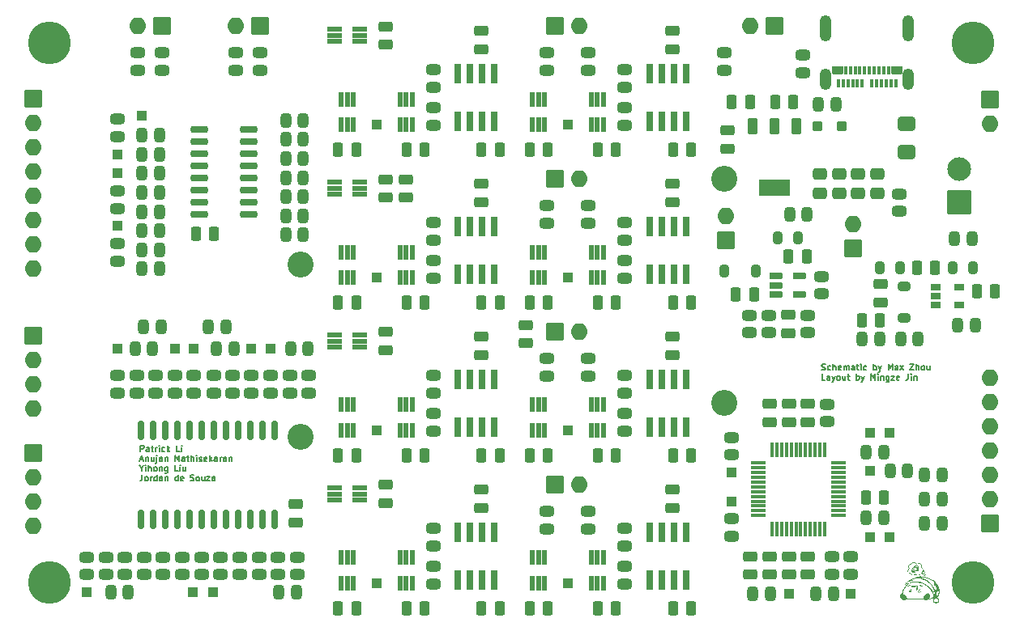
<source format=gbr>
%TF.GenerationSoftware,KiCad,Pcbnew,7.0.9*%
%TF.CreationDate,2024-02-06T21:49:00-05:00*%
%TF.ProjectId,fydp,66796470-2e6b-4696-9361-645f70636258,rev?*%
%TF.SameCoordinates,Original*%
%TF.FileFunction,Soldermask,Top*%
%TF.FilePolarity,Negative*%
%FSLAX46Y46*%
G04 Gerber Fmt 4.6, Leading zero omitted, Abs format (unit mm)*
G04 Created by KiCad (PCBNEW 7.0.9) date 2024-02-06 21:49:00*
%MOMM*%
%LPD*%
G01*
G04 APERTURE LIST*
G04 Aperture macros list*
%AMRoundRect*
0 Rectangle with rounded corners*
0 $1 Rounding radius*
0 $2 $3 $4 $5 $6 $7 $8 $9 X,Y pos of 4 corners*
0 Add a 4 corners polygon primitive as box body*
4,1,4,$2,$3,$4,$5,$6,$7,$8,$9,$2,$3,0*
0 Add four circle primitives for the rounded corners*
1,1,$1+$1,$2,$3*
1,1,$1+$1,$4,$5*
1,1,$1+$1,$6,$7*
1,1,$1+$1,$8,$9*
0 Add four rect primitives between the rounded corners*
20,1,$1+$1,$2,$3,$4,$5,0*
20,1,$1+$1,$4,$5,$6,$7,0*
20,1,$1+$1,$6,$7,$8,$9,0*
20,1,$1+$1,$8,$9,$2,$3,0*%
G04 Aperture macros list end*
%ADD10C,0.127000*%
%ADD11RoundRect,0.288000X0.250000X0.250000X-0.250000X0.250000X-0.250000X-0.250000X0.250000X-0.250000X0*%
%ADD12RoundRect,0.038000X-0.200000X0.750000X-0.200000X-0.750000X0.200000X-0.750000X0.200000X0.750000X0*%
%ADD13RoundRect,0.038000X0.279400X-0.990600X0.279400X0.990600X-0.279400X0.990600X-0.279400X-0.990600X0*%
%ADD14RoundRect,0.288000X-0.262500X-0.450000X0.262500X-0.450000X0.262500X0.450000X-0.262500X0.450000X0*%
%ADD15RoundRect,0.038000X0.850000X-0.850000X0.850000X0.850000X-0.850000X0.850000X-0.850000X-0.850000X0*%
%ADD16O,1.776000X1.776000*%
%ADD17RoundRect,0.288000X0.475000X-0.250000X0.475000X0.250000X-0.475000X0.250000X-0.475000X-0.250000X0*%
%ADD18RoundRect,0.288000X0.262500X0.450000X-0.262500X0.450000X-0.262500X-0.450000X0.262500X-0.450000X0*%
%ADD19RoundRect,0.288000X-0.250000X-0.475000X0.250000X-0.475000X0.250000X0.475000X-0.250000X0.475000X0*%
%ADD20RoundRect,0.288000X-0.450000X0.262500X-0.450000X-0.262500X0.450000X-0.262500X0.450000X0.262500X0*%
%ADD21RoundRect,0.288000X-0.475000X0.250000X-0.475000X-0.250000X0.475000X-0.250000X0.475000X0.250000X0*%
%ADD22RoundRect,0.188000X0.725000X0.150000X-0.725000X0.150000X-0.725000X-0.150000X0.725000X-0.150000X0*%
%ADD23RoundRect,0.288000X0.450000X-0.262500X0.450000X0.262500X-0.450000X0.262500X-0.450000X-0.262500X0*%
%ADD24RoundRect,0.038000X-0.500000X0.500000X-0.500000X-0.500000X0.500000X-0.500000X0.500000X0.500000X0*%
%ADD25RoundRect,0.038000X-0.850000X-0.850000X0.850000X-0.850000X0.850000X0.850000X-0.850000X0.850000X0*%
%ADD26RoundRect,0.038000X-0.500000X-0.500000X0.500000X-0.500000X0.500000X0.500000X-0.500000X0.500000X0*%
%ADD27RoundRect,0.038000X-0.635000X-0.279400X0.635000X-0.279400X0.635000X0.279400X-0.635000X0.279400X0*%
%ADD28C,2.717600*%
%ADD29RoundRect,0.256750X0.218750X0.381250X-0.218750X0.381250X-0.218750X-0.381250X0.218750X-0.381250X0*%
%ADD30RoundRect,0.038000X-0.750000X-0.200000X0.750000X-0.200000X0.750000X0.200000X-0.750000X0.200000X0*%
%ADD31RoundRect,0.288000X0.450000X-0.325000X0.450000X0.325000X-0.450000X0.325000X-0.450000X-0.325000X0*%
%ADD32RoundRect,0.288000X0.250000X0.475000X-0.250000X0.475000X-0.250000X-0.475000X0.250000X-0.475000X0*%
%ADD33C,2.676000*%
%ADD34C,4.476000*%
%ADD35RoundRect,0.263000X-0.225000X-0.375000X0.225000X-0.375000X0.225000X0.375000X-0.225000X0.375000X0*%
%ADD36RoundRect,0.038000X-0.850000X0.850000X-0.850000X-0.850000X0.850000X-0.850000X0.850000X0.850000X0*%
%ADD37RoundRect,0.038000X0.500000X0.500000X-0.500000X0.500000X-0.500000X-0.500000X0.500000X-0.500000X0*%
%ADD38RoundRect,0.175500X-0.137500X0.862500X-0.137500X-0.862500X0.137500X-0.862500X0.137500X0.862500X0*%
%ADD39RoundRect,0.038000X1.200000X-1.200000X1.200000X1.200000X-1.200000X1.200000X-1.200000X-1.200000X0*%
%ADD40C,2.476000*%
%ADD41RoundRect,0.113000X-0.662500X-0.075000X0.662500X-0.075000X0.662500X0.075000X-0.662500X0.075000X0*%
%ADD42RoundRect,0.113000X-0.075000X-0.662500X0.075000X-0.662500X0.075000X0.662500X-0.075000X0.662500X0*%
%ADD43RoundRect,0.038000X0.450000X-0.325000X0.450000X0.325000X-0.450000X0.325000X-0.450000X-0.325000X0*%
%ADD44RoundRect,0.038000X0.850000X0.850000X-0.850000X0.850000X-0.850000X-0.850000X0.850000X-0.850000X0*%
%ADD45RoundRect,0.263000X0.375000X-0.225000X0.375000X0.225000X-0.375000X0.225000X-0.375000X-0.225000X0*%
%ADD46O,1.244400X2.743000*%
%ADD47O,1.244400X2.235000*%
%ADD48RoundRect,0.038000X0.165100X0.381000X-0.165100X0.381000X-0.165100X-0.381000X0.165100X-0.381000X0*%
%ADD49RoundRect,0.038000X0.520700X0.381000X-0.520700X0.381000X-0.520700X-0.381000X0.520700X-0.381000X0*%
%ADD50RoundRect,0.038000X0.431800X0.774700X-0.431800X0.774700X-0.431800X-0.774700X0.431800X-0.774700X0*%
%ADD51RoundRect,0.038000X1.574800X0.774700X-1.574800X0.774700X-1.574800X-0.774700X1.574800X-0.774700X0*%
%ADD52RoundRect,0.288001X-0.624999X0.462499X-0.624999X-0.462499X0.624999X-0.462499X0.624999X0.462499X0*%
G04 APERTURE END LIST*
D10*
X120234742Y-118048634D02*
X120234742Y-117413634D01*
X120234742Y-117413634D02*
X120476647Y-117413634D01*
X120476647Y-117413634D02*
X120537123Y-117443872D01*
X120537123Y-117443872D02*
X120567361Y-117474110D01*
X120567361Y-117474110D02*
X120597599Y-117534586D01*
X120597599Y-117534586D02*
X120597599Y-117625300D01*
X120597599Y-117625300D02*
X120567361Y-117685776D01*
X120567361Y-117685776D02*
X120537123Y-117716015D01*
X120537123Y-117716015D02*
X120476647Y-117746253D01*
X120476647Y-117746253D02*
X120234742Y-117746253D01*
X121141885Y-118048634D02*
X121141885Y-117716015D01*
X121141885Y-117716015D02*
X121111647Y-117655538D01*
X121111647Y-117655538D02*
X121051171Y-117625300D01*
X121051171Y-117625300D02*
X120930218Y-117625300D01*
X120930218Y-117625300D02*
X120869742Y-117655538D01*
X121141885Y-118018396D02*
X121081409Y-118048634D01*
X121081409Y-118048634D02*
X120930218Y-118048634D01*
X120930218Y-118048634D02*
X120869742Y-118018396D01*
X120869742Y-118018396D02*
X120839504Y-117957919D01*
X120839504Y-117957919D02*
X120839504Y-117897443D01*
X120839504Y-117897443D02*
X120869742Y-117836967D01*
X120869742Y-117836967D02*
X120930218Y-117806729D01*
X120930218Y-117806729D02*
X121081409Y-117806729D01*
X121081409Y-117806729D02*
X121141885Y-117776491D01*
X121353552Y-117625300D02*
X121595456Y-117625300D01*
X121444266Y-117413634D02*
X121444266Y-117957919D01*
X121444266Y-117957919D02*
X121474504Y-118018396D01*
X121474504Y-118018396D02*
X121534980Y-118048634D01*
X121534980Y-118048634D02*
X121595456Y-118048634D01*
X121807123Y-118048634D02*
X121807123Y-117625300D01*
X121807123Y-117746253D02*
X121837361Y-117685776D01*
X121837361Y-117685776D02*
X121867599Y-117655538D01*
X121867599Y-117655538D02*
X121928075Y-117625300D01*
X121928075Y-117625300D02*
X121988552Y-117625300D01*
X122200218Y-118048634D02*
X122200218Y-117625300D01*
X122200218Y-117413634D02*
X122169980Y-117443872D01*
X122169980Y-117443872D02*
X122200218Y-117474110D01*
X122200218Y-117474110D02*
X122230456Y-117443872D01*
X122230456Y-117443872D02*
X122200218Y-117413634D01*
X122200218Y-117413634D02*
X122200218Y-117474110D01*
X122774742Y-118018396D02*
X122714266Y-118048634D01*
X122714266Y-118048634D02*
X122593313Y-118048634D01*
X122593313Y-118048634D02*
X122532837Y-118018396D01*
X122532837Y-118018396D02*
X122502599Y-117988157D01*
X122502599Y-117988157D02*
X122472361Y-117927681D01*
X122472361Y-117927681D02*
X122472361Y-117746253D01*
X122472361Y-117746253D02*
X122502599Y-117685776D01*
X122502599Y-117685776D02*
X122532837Y-117655538D01*
X122532837Y-117655538D02*
X122593313Y-117625300D01*
X122593313Y-117625300D02*
X122714266Y-117625300D01*
X122714266Y-117625300D02*
X122774742Y-117655538D01*
X123046885Y-118048634D02*
X123046885Y-117413634D01*
X123107361Y-117806729D02*
X123288790Y-118048634D01*
X123288790Y-117625300D02*
X123046885Y-117867205D01*
X124347124Y-118048634D02*
X124044743Y-118048634D01*
X124044743Y-118048634D02*
X124044743Y-117413634D01*
X124558791Y-118048634D02*
X124558791Y-117625300D01*
X124558791Y-117413634D02*
X124528553Y-117443872D01*
X124528553Y-117443872D02*
X124558791Y-117474110D01*
X124558791Y-117474110D02*
X124589029Y-117443872D01*
X124589029Y-117443872D02*
X124558791Y-117413634D01*
X124558791Y-117413634D02*
X124558791Y-117474110D01*
X120204504Y-118889555D02*
X120506885Y-118889555D01*
X120144028Y-119070984D02*
X120355694Y-118435984D01*
X120355694Y-118435984D02*
X120567361Y-119070984D01*
X120779028Y-118647650D02*
X120779028Y-119070984D01*
X120779028Y-118708126D02*
X120809266Y-118677888D01*
X120809266Y-118677888D02*
X120869742Y-118647650D01*
X120869742Y-118647650D02*
X120960457Y-118647650D01*
X120960457Y-118647650D02*
X121020933Y-118677888D01*
X121020933Y-118677888D02*
X121051171Y-118738365D01*
X121051171Y-118738365D02*
X121051171Y-119070984D01*
X121625695Y-118647650D02*
X121625695Y-119070984D01*
X121353552Y-118647650D02*
X121353552Y-118980269D01*
X121353552Y-118980269D02*
X121383790Y-119040746D01*
X121383790Y-119040746D02*
X121444266Y-119070984D01*
X121444266Y-119070984D02*
X121534981Y-119070984D01*
X121534981Y-119070984D02*
X121595457Y-119040746D01*
X121595457Y-119040746D02*
X121625695Y-119010507D01*
X121928076Y-118647650D02*
X121928076Y-119191936D01*
X121928076Y-119191936D02*
X121897838Y-119252412D01*
X121897838Y-119252412D02*
X121837362Y-119282650D01*
X121837362Y-119282650D02*
X121807124Y-119282650D01*
X121928076Y-118435984D02*
X121897838Y-118466222D01*
X121897838Y-118466222D02*
X121928076Y-118496460D01*
X121928076Y-118496460D02*
X121958314Y-118466222D01*
X121958314Y-118466222D02*
X121928076Y-118435984D01*
X121928076Y-118435984D02*
X121928076Y-118496460D01*
X122502600Y-119070984D02*
X122502600Y-118738365D01*
X122502600Y-118738365D02*
X122472362Y-118677888D01*
X122472362Y-118677888D02*
X122411886Y-118647650D01*
X122411886Y-118647650D02*
X122290933Y-118647650D01*
X122290933Y-118647650D02*
X122230457Y-118677888D01*
X122502600Y-119040746D02*
X122442124Y-119070984D01*
X122442124Y-119070984D02*
X122290933Y-119070984D01*
X122290933Y-119070984D02*
X122230457Y-119040746D01*
X122230457Y-119040746D02*
X122200219Y-118980269D01*
X122200219Y-118980269D02*
X122200219Y-118919793D01*
X122200219Y-118919793D02*
X122230457Y-118859317D01*
X122230457Y-118859317D02*
X122290933Y-118829079D01*
X122290933Y-118829079D02*
X122442124Y-118829079D01*
X122442124Y-118829079D02*
X122502600Y-118798841D01*
X122804981Y-118647650D02*
X122804981Y-119070984D01*
X122804981Y-118708126D02*
X122835219Y-118677888D01*
X122835219Y-118677888D02*
X122895695Y-118647650D01*
X122895695Y-118647650D02*
X122986410Y-118647650D01*
X122986410Y-118647650D02*
X123046886Y-118677888D01*
X123046886Y-118677888D02*
X123077124Y-118738365D01*
X123077124Y-118738365D02*
X123077124Y-119070984D01*
X123863315Y-119070984D02*
X123863315Y-118435984D01*
X123863315Y-118435984D02*
X124074982Y-118889555D01*
X124074982Y-118889555D02*
X124286648Y-118435984D01*
X124286648Y-118435984D02*
X124286648Y-119070984D01*
X124861172Y-119070984D02*
X124861172Y-118738365D01*
X124861172Y-118738365D02*
X124830934Y-118677888D01*
X124830934Y-118677888D02*
X124770458Y-118647650D01*
X124770458Y-118647650D02*
X124649505Y-118647650D01*
X124649505Y-118647650D02*
X124589029Y-118677888D01*
X124861172Y-119040746D02*
X124800696Y-119070984D01*
X124800696Y-119070984D02*
X124649505Y-119070984D01*
X124649505Y-119070984D02*
X124589029Y-119040746D01*
X124589029Y-119040746D02*
X124558791Y-118980269D01*
X124558791Y-118980269D02*
X124558791Y-118919793D01*
X124558791Y-118919793D02*
X124589029Y-118859317D01*
X124589029Y-118859317D02*
X124649505Y-118829079D01*
X124649505Y-118829079D02*
X124800696Y-118829079D01*
X124800696Y-118829079D02*
X124861172Y-118798841D01*
X125072839Y-118647650D02*
X125314743Y-118647650D01*
X125163553Y-118435984D02*
X125163553Y-118980269D01*
X125163553Y-118980269D02*
X125193791Y-119040746D01*
X125193791Y-119040746D02*
X125254267Y-119070984D01*
X125254267Y-119070984D02*
X125314743Y-119070984D01*
X125526410Y-119070984D02*
X125526410Y-118435984D01*
X125798553Y-119070984D02*
X125798553Y-118738365D01*
X125798553Y-118738365D02*
X125768315Y-118677888D01*
X125768315Y-118677888D02*
X125707839Y-118647650D01*
X125707839Y-118647650D02*
X125617124Y-118647650D01*
X125617124Y-118647650D02*
X125556648Y-118677888D01*
X125556648Y-118677888D02*
X125526410Y-118708126D01*
X126100934Y-119070984D02*
X126100934Y-118647650D01*
X126100934Y-118435984D02*
X126070696Y-118466222D01*
X126070696Y-118466222D02*
X126100934Y-118496460D01*
X126100934Y-118496460D02*
X126131172Y-118466222D01*
X126131172Y-118466222D02*
X126100934Y-118435984D01*
X126100934Y-118435984D02*
X126100934Y-118496460D01*
X126373077Y-119040746D02*
X126433553Y-119070984D01*
X126433553Y-119070984D02*
X126554505Y-119070984D01*
X126554505Y-119070984D02*
X126614982Y-119040746D01*
X126614982Y-119040746D02*
X126645220Y-118980269D01*
X126645220Y-118980269D02*
X126645220Y-118950031D01*
X126645220Y-118950031D02*
X126614982Y-118889555D01*
X126614982Y-118889555D02*
X126554505Y-118859317D01*
X126554505Y-118859317D02*
X126463791Y-118859317D01*
X126463791Y-118859317D02*
X126403315Y-118829079D01*
X126403315Y-118829079D02*
X126373077Y-118768603D01*
X126373077Y-118768603D02*
X126373077Y-118738365D01*
X126373077Y-118738365D02*
X126403315Y-118677888D01*
X126403315Y-118677888D02*
X126463791Y-118647650D01*
X126463791Y-118647650D02*
X126554505Y-118647650D01*
X126554505Y-118647650D02*
X126614982Y-118677888D01*
X127159268Y-119040746D02*
X127098792Y-119070984D01*
X127098792Y-119070984D02*
X126977839Y-119070984D01*
X126977839Y-119070984D02*
X126917363Y-119040746D01*
X126917363Y-119040746D02*
X126887125Y-118980269D01*
X126887125Y-118980269D02*
X126887125Y-118738365D01*
X126887125Y-118738365D02*
X126917363Y-118677888D01*
X126917363Y-118677888D02*
X126977839Y-118647650D01*
X126977839Y-118647650D02*
X127098792Y-118647650D01*
X127098792Y-118647650D02*
X127159268Y-118677888D01*
X127159268Y-118677888D02*
X127189506Y-118738365D01*
X127189506Y-118738365D02*
X127189506Y-118798841D01*
X127189506Y-118798841D02*
X126887125Y-118859317D01*
X127461649Y-119070984D02*
X127461649Y-118435984D01*
X127522125Y-118829079D02*
X127703554Y-119070984D01*
X127703554Y-118647650D02*
X127461649Y-118889555D01*
X128247840Y-119070984D02*
X128247840Y-118738365D01*
X128247840Y-118738365D02*
X128217602Y-118677888D01*
X128217602Y-118677888D02*
X128157126Y-118647650D01*
X128157126Y-118647650D02*
X128036173Y-118647650D01*
X128036173Y-118647650D02*
X127975697Y-118677888D01*
X128247840Y-119040746D02*
X128187364Y-119070984D01*
X128187364Y-119070984D02*
X128036173Y-119070984D01*
X128036173Y-119070984D02*
X127975697Y-119040746D01*
X127975697Y-119040746D02*
X127945459Y-118980269D01*
X127945459Y-118980269D02*
X127945459Y-118919793D01*
X127945459Y-118919793D02*
X127975697Y-118859317D01*
X127975697Y-118859317D02*
X128036173Y-118829079D01*
X128036173Y-118829079D02*
X128187364Y-118829079D01*
X128187364Y-118829079D02*
X128247840Y-118798841D01*
X128550221Y-119070984D02*
X128550221Y-118647650D01*
X128550221Y-118768603D02*
X128580459Y-118708126D01*
X128580459Y-118708126D02*
X128610697Y-118677888D01*
X128610697Y-118677888D02*
X128671173Y-118647650D01*
X128671173Y-118647650D02*
X128731650Y-118647650D01*
X129215459Y-119070984D02*
X129215459Y-118738365D01*
X129215459Y-118738365D02*
X129185221Y-118677888D01*
X129185221Y-118677888D02*
X129124745Y-118647650D01*
X129124745Y-118647650D02*
X129003792Y-118647650D01*
X129003792Y-118647650D02*
X128943316Y-118677888D01*
X129215459Y-119040746D02*
X129154983Y-119070984D01*
X129154983Y-119070984D02*
X129003792Y-119070984D01*
X129003792Y-119070984D02*
X128943316Y-119040746D01*
X128943316Y-119040746D02*
X128913078Y-118980269D01*
X128913078Y-118980269D02*
X128913078Y-118919793D01*
X128913078Y-118919793D02*
X128943316Y-118859317D01*
X128943316Y-118859317D02*
X129003792Y-118829079D01*
X129003792Y-118829079D02*
X129154983Y-118829079D01*
X129154983Y-118829079D02*
X129215459Y-118798841D01*
X129517840Y-118647650D02*
X129517840Y-119070984D01*
X129517840Y-118708126D02*
X129548078Y-118677888D01*
X129548078Y-118677888D02*
X129608554Y-118647650D01*
X129608554Y-118647650D02*
X129699269Y-118647650D01*
X129699269Y-118647650D02*
X129759745Y-118677888D01*
X129759745Y-118677888D02*
X129789983Y-118738365D01*
X129789983Y-118738365D02*
X129789983Y-119070984D01*
X120355694Y-119790953D02*
X120355694Y-120093334D01*
X120144028Y-119458334D02*
X120355694Y-119790953D01*
X120355694Y-119790953D02*
X120567361Y-119458334D01*
X120779028Y-120093334D02*
X120779028Y-119670000D01*
X120779028Y-119458334D02*
X120748790Y-119488572D01*
X120748790Y-119488572D02*
X120779028Y-119518810D01*
X120779028Y-119518810D02*
X120809266Y-119488572D01*
X120809266Y-119488572D02*
X120779028Y-119458334D01*
X120779028Y-119458334D02*
X120779028Y-119518810D01*
X121081409Y-120093334D02*
X121081409Y-119458334D01*
X121353552Y-120093334D02*
X121353552Y-119760715D01*
X121353552Y-119760715D02*
X121323314Y-119700238D01*
X121323314Y-119700238D02*
X121262838Y-119670000D01*
X121262838Y-119670000D02*
X121172123Y-119670000D01*
X121172123Y-119670000D02*
X121111647Y-119700238D01*
X121111647Y-119700238D02*
X121081409Y-119730476D01*
X121746647Y-120093334D02*
X121686171Y-120063096D01*
X121686171Y-120063096D02*
X121655933Y-120032857D01*
X121655933Y-120032857D02*
X121625695Y-119972381D01*
X121625695Y-119972381D02*
X121625695Y-119790953D01*
X121625695Y-119790953D02*
X121655933Y-119730476D01*
X121655933Y-119730476D02*
X121686171Y-119700238D01*
X121686171Y-119700238D02*
X121746647Y-119670000D01*
X121746647Y-119670000D02*
X121837362Y-119670000D01*
X121837362Y-119670000D02*
X121897838Y-119700238D01*
X121897838Y-119700238D02*
X121928076Y-119730476D01*
X121928076Y-119730476D02*
X121958314Y-119790953D01*
X121958314Y-119790953D02*
X121958314Y-119972381D01*
X121958314Y-119972381D02*
X121928076Y-120032857D01*
X121928076Y-120032857D02*
X121897838Y-120063096D01*
X121897838Y-120063096D02*
X121837362Y-120093334D01*
X121837362Y-120093334D02*
X121746647Y-120093334D01*
X122230457Y-119670000D02*
X122230457Y-120093334D01*
X122230457Y-119730476D02*
X122260695Y-119700238D01*
X122260695Y-119700238D02*
X122321171Y-119670000D01*
X122321171Y-119670000D02*
X122411886Y-119670000D01*
X122411886Y-119670000D02*
X122472362Y-119700238D01*
X122472362Y-119700238D02*
X122502600Y-119760715D01*
X122502600Y-119760715D02*
X122502600Y-120093334D01*
X123077124Y-119670000D02*
X123077124Y-120184048D01*
X123077124Y-120184048D02*
X123046886Y-120244524D01*
X123046886Y-120244524D02*
X123016648Y-120274762D01*
X123016648Y-120274762D02*
X122956171Y-120305000D01*
X122956171Y-120305000D02*
X122865457Y-120305000D01*
X122865457Y-120305000D02*
X122804981Y-120274762D01*
X123077124Y-120063096D02*
X123016648Y-120093334D01*
X123016648Y-120093334D02*
X122895695Y-120093334D01*
X122895695Y-120093334D02*
X122835219Y-120063096D01*
X122835219Y-120063096D02*
X122804981Y-120032857D01*
X122804981Y-120032857D02*
X122774743Y-119972381D01*
X122774743Y-119972381D02*
X122774743Y-119790953D01*
X122774743Y-119790953D02*
X122804981Y-119730476D01*
X122804981Y-119730476D02*
X122835219Y-119700238D01*
X122835219Y-119700238D02*
X122895695Y-119670000D01*
X122895695Y-119670000D02*
X123016648Y-119670000D01*
X123016648Y-119670000D02*
X123077124Y-119700238D01*
X124165696Y-120093334D02*
X123863315Y-120093334D01*
X123863315Y-120093334D02*
X123863315Y-119458334D01*
X124377363Y-120093334D02*
X124377363Y-119670000D01*
X124377363Y-119458334D02*
X124347125Y-119488572D01*
X124347125Y-119488572D02*
X124377363Y-119518810D01*
X124377363Y-119518810D02*
X124407601Y-119488572D01*
X124407601Y-119488572D02*
X124377363Y-119458334D01*
X124377363Y-119458334D02*
X124377363Y-119518810D01*
X124951887Y-119670000D02*
X124951887Y-120093334D01*
X124679744Y-119670000D02*
X124679744Y-120002619D01*
X124679744Y-120002619D02*
X124709982Y-120063096D01*
X124709982Y-120063096D02*
X124770458Y-120093334D01*
X124770458Y-120093334D02*
X124861173Y-120093334D01*
X124861173Y-120093334D02*
X124921649Y-120063096D01*
X124921649Y-120063096D02*
X124951887Y-120032857D01*
X120416171Y-120480684D02*
X120416171Y-120934255D01*
X120416171Y-120934255D02*
X120385932Y-121024969D01*
X120385932Y-121024969D02*
X120325456Y-121085446D01*
X120325456Y-121085446D02*
X120234742Y-121115684D01*
X120234742Y-121115684D02*
X120174266Y-121115684D01*
X120809266Y-121115684D02*
X120748790Y-121085446D01*
X120748790Y-121085446D02*
X120718552Y-121055207D01*
X120718552Y-121055207D02*
X120688314Y-120994731D01*
X120688314Y-120994731D02*
X120688314Y-120813303D01*
X120688314Y-120813303D02*
X120718552Y-120752826D01*
X120718552Y-120752826D02*
X120748790Y-120722588D01*
X120748790Y-120722588D02*
X120809266Y-120692350D01*
X120809266Y-120692350D02*
X120899981Y-120692350D01*
X120899981Y-120692350D02*
X120960457Y-120722588D01*
X120960457Y-120722588D02*
X120990695Y-120752826D01*
X120990695Y-120752826D02*
X121020933Y-120813303D01*
X121020933Y-120813303D02*
X121020933Y-120994731D01*
X121020933Y-120994731D02*
X120990695Y-121055207D01*
X120990695Y-121055207D02*
X120960457Y-121085446D01*
X120960457Y-121085446D02*
X120899981Y-121115684D01*
X120899981Y-121115684D02*
X120809266Y-121115684D01*
X121293076Y-121115684D02*
X121293076Y-120692350D01*
X121293076Y-120813303D02*
X121323314Y-120752826D01*
X121323314Y-120752826D02*
X121353552Y-120722588D01*
X121353552Y-120722588D02*
X121414028Y-120692350D01*
X121414028Y-120692350D02*
X121474505Y-120692350D01*
X121958314Y-121115684D02*
X121958314Y-120480684D01*
X121958314Y-121085446D02*
X121897838Y-121115684D01*
X121897838Y-121115684D02*
X121776885Y-121115684D01*
X121776885Y-121115684D02*
X121716409Y-121085446D01*
X121716409Y-121085446D02*
X121686171Y-121055207D01*
X121686171Y-121055207D02*
X121655933Y-120994731D01*
X121655933Y-120994731D02*
X121655933Y-120813303D01*
X121655933Y-120813303D02*
X121686171Y-120752826D01*
X121686171Y-120752826D02*
X121716409Y-120722588D01*
X121716409Y-120722588D02*
X121776885Y-120692350D01*
X121776885Y-120692350D02*
X121897838Y-120692350D01*
X121897838Y-120692350D02*
X121958314Y-120722588D01*
X122532838Y-121115684D02*
X122532838Y-120783065D01*
X122532838Y-120783065D02*
X122502600Y-120722588D01*
X122502600Y-120722588D02*
X122442124Y-120692350D01*
X122442124Y-120692350D02*
X122321171Y-120692350D01*
X122321171Y-120692350D02*
X122260695Y-120722588D01*
X122532838Y-121085446D02*
X122472362Y-121115684D01*
X122472362Y-121115684D02*
X122321171Y-121115684D01*
X122321171Y-121115684D02*
X122260695Y-121085446D01*
X122260695Y-121085446D02*
X122230457Y-121024969D01*
X122230457Y-121024969D02*
X122230457Y-120964493D01*
X122230457Y-120964493D02*
X122260695Y-120904017D01*
X122260695Y-120904017D02*
X122321171Y-120873779D01*
X122321171Y-120873779D02*
X122472362Y-120873779D01*
X122472362Y-120873779D02*
X122532838Y-120843541D01*
X122835219Y-120692350D02*
X122835219Y-121115684D01*
X122835219Y-120752826D02*
X122865457Y-120722588D01*
X122865457Y-120722588D02*
X122925933Y-120692350D01*
X122925933Y-120692350D02*
X123016648Y-120692350D01*
X123016648Y-120692350D02*
X123077124Y-120722588D01*
X123077124Y-120722588D02*
X123107362Y-120783065D01*
X123107362Y-120783065D02*
X123107362Y-121115684D01*
X124165696Y-121115684D02*
X124165696Y-120480684D01*
X124165696Y-121085446D02*
X124105220Y-121115684D01*
X124105220Y-121115684D02*
X123984267Y-121115684D01*
X123984267Y-121115684D02*
X123923791Y-121085446D01*
X123923791Y-121085446D02*
X123893553Y-121055207D01*
X123893553Y-121055207D02*
X123863315Y-120994731D01*
X123863315Y-120994731D02*
X123863315Y-120813303D01*
X123863315Y-120813303D02*
X123893553Y-120752826D01*
X123893553Y-120752826D02*
X123923791Y-120722588D01*
X123923791Y-120722588D02*
X123984267Y-120692350D01*
X123984267Y-120692350D02*
X124105220Y-120692350D01*
X124105220Y-120692350D02*
X124165696Y-120722588D01*
X124709982Y-121085446D02*
X124649506Y-121115684D01*
X124649506Y-121115684D02*
X124528553Y-121115684D01*
X124528553Y-121115684D02*
X124468077Y-121085446D01*
X124468077Y-121085446D02*
X124437839Y-121024969D01*
X124437839Y-121024969D02*
X124437839Y-120783065D01*
X124437839Y-120783065D02*
X124468077Y-120722588D01*
X124468077Y-120722588D02*
X124528553Y-120692350D01*
X124528553Y-120692350D02*
X124649506Y-120692350D01*
X124649506Y-120692350D02*
X124709982Y-120722588D01*
X124709982Y-120722588D02*
X124740220Y-120783065D01*
X124740220Y-120783065D02*
X124740220Y-120843541D01*
X124740220Y-120843541D02*
X124437839Y-120904017D01*
X125465935Y-121085446D02*
X125556649Y-121115684D01*
X125556649Y-121115684D02*
X125707840Y-121115684D01*
X125707840Y-121115684D02*
X125768316Y-121085446D01*
X125768316Y-121085446D02*
X125798554Y-121055207D01*
X125798554Y-121055207D02*
X125828792Y-120994731D01*
X125828792Y-120994731D02*
X125828792Y-120934255D01*
X125828792Y-120934255D02*
X125798554Y-120873779D01*
X125798554Y-120873779D02*
X125768316Y-120843541D01*
X125768316Y-120843541D02*
X125707840Y-120813303D01*
X125707840Y-120813303D02*
X125586887Y-120783065D01*
X125586887Y-120783065D02*
X125526411Y-120752826D01*
X125526411Y-120752826D02*
X125496173Y-120722588D01*
X125496173Y-120722588D02*
X125465935Y-120662112D01*
X125465935Y-120662112D02*
X125465935Y-120601636D01*
X125465935Y-120601636D02*
X125496173Y-120541160D01*
X125496173Y-120541160D02*
X125526411Y-120510922D01*
X125526411Y-120510922D02*
X125586887Y-120480684D01*
X125586887Y-120480684D02*
X125738078Y-120480684D01*
X125738078Y-120480684D02*
X125828792Y-120510922D01*
X126191649Y-121115684D02*
X126131173Y-121085446D01*
X126131173Y-121085446D02*
X126100935Y-121055207D01*
X126100935Y-121055207D02*
X126070697Y-120994731D01*
X126070697Y-120994731D02*
X126070697Y-120813303D01*
X126070697Y-120813303D02*
X126100935Y-120752826D01*
X126100935Y-120752826D02*
X126131173Y-120722588D01*
X126131173Y-120722588D02*
X126191649Y-120692350D01*
X126191649Y-120692350D02*
X126282364Y-120692350D01*
X126282364Y-120692350D02*
X126342840Y-120722588D01*
X126342840Y-120722588D02*
X126373078Y-120752826D01*
X126373078Y-120752826D02*
X126403316Y-120813303D01*
X126403316Y-120813303D02*
X126403316Y-120994731D01*
X126403316Y-120994731D02*
X126373078Y-121055207D01*
X126373078Y-121055207D02*
X126342840Y-121085446D01*
X126342840Y-121085446D02*
X126282364Y-121115684D01*
X126282364Y-121115684D02*
X126191649Y-121115684D01*
X126947602Y-120692350D02*
X126947602Y-121115684D01*
X126675459Y-120692350D02*
X126675459Y-121024969D01*
X126675459Y-121024969D02*
X126705697Y-121085446D01*
X126705697Y-121085446D02*
X126766173Y-121115684D01*
X126766173Y-121115684D02*
X126856888Y-121115684D01*
X126856888Y-121115684D02*
X126917364Y-121085446D01*
X126917364Y-121085446D02*
X126947602Y-121055207D01*
X127189507Y-120692350D02*
X127522126Y-120692350D01*
X127522126Y-120692350D02*
X127189507Y-121115684D01*
X127189507Y-121115684D02*
X127522126Y-121115684D01*
X128036174Y-121115684D02*
X128036174Y-120783065D01*
X128036174Y-120783065D02*
X128005936Y-120722588D01*
X128005936Y-120722588D02*
X127945460Y-120692350D01*
X127945460Y-120692350D02*
X127824507Y-120692350D01*
X127824507Y-120692350D02*
X127764031Y-120722588D01*
X128036174Y-121085446D02*
X127975698Y-121115684D01*
X127975698Y-121115684D02*
X127824507Y-121115684D01*
X127824507Y-121115684D02*
X127764031Y-121085446D01*
X127764031Y-121085446D02*
X127733793Y-121024969D01*
X127733793Y-121024969D02*
X127733793Y-120964493D01*
X127733793Y-120964493D02*
X127764031Y-120904017D01*
X127764031Y-120904017D02*
X127824507Y-120873779D01*
X127824507Y-120873779D02*
X127975698Y-120873779D01*
X127975698Y-120873779D02*
X128036174Y-120843541D01*
X191454504Y-109495746D02*
X191545218Y-109525984D01*
X191545218Y-109525984D02*
X191696409Y-109525984D01*
X191696409Y-109525984D02*
X191756885Y-109495746D01*
X191756885Y-109495746D02*
X191787123Y-109465507D01*
X191787123Y-109465507D02*
X191817361Y-109405031D01*
X191817361Y-109405031D02*
X191817361Y-109344555D01*
X191817361Y-109344555D02*
X191787123Y-109284079D01*
X191787123Y-109284079D02*
X191756885Y-109253841D01*
X191756885Y-109253841D02*
X191696409Y-109223603D01*
X191696409Y-109223603D02*
X191575456Y-109193365D01*
X191575456Y-109193365D02*
X191514980Y-109163126D01*
X191514980Y-109163126D02*
X191484742Y-109132888D01*
X191484742Y-109132888D02*
X191454504Y-109072412D01*
X191454504Y-109072412D02*
X191454504Y-109011936D01*
X191454504Y-109011936D02*
X191484742Y-108951460D01*
X191484742Y-108951460D02*
X191514980Y-108921222D01*
X191514980Y-108921222D02*
X191575456Y-108890984D01*
X191575456Y-108890984D02*
X191726647Y-108890984D01*
X191726647Y-108890984D02*
X191817361Y-108921222D01*
X192361647Y-109495746D02*
X192301171Y-109525984D01*
X192301171Y-109525984D02*
X192180218Y-109525984D01*
X192180218Y-109525984D02*
X192119742Y-109495746D01*
X192119742Y-109495746D02*
X192089504Y-109465507D01*
X192089504Y-109465507D02*
X192059266Y-109405031D01*
X192059266Y-109405031D02*
X192059266Y-109223603D01*
X192059266Y-109223603D02*
X192089504Y-109163126D01*
X192089504Y-109163126D02*
X192119742Y-109132888D01*
X192119742Y-109132888D02*
X192180218Y-109102650D01*
X192180218Y-109102650D02*
X192301171Y-109102650D01*
X192301171Y-109102650D02*
X192361647Y-109132888D01*
X192633790Y-109525984D02*
X192633790Y-108890984D01*
X192905933Y-109525984D02*
X192905933Y-109193365D01*
X192905933Y-109193365D02*
X192875695Y-109132888D01*
X192875695Y-109132888D02*
X192815219Y-109102650D01*
X192815219Y-109102650D02*
X192724504Y-109102650D01*
X192724504Y-109102650D02*
X192664028Y-109132888D01*
X192664028Y-109132888D02*
X192633790Y-109163126D01*
X193450219Y-109495746D02*
X193389743Y-109525984D01*
X193389743Y-109525984D02*
X193268790Y-109525984D01*
X193268790Y-109525984D02*
X193208314Y-109495746D01*
X193208314Y-109495746D02*
X193178076Y-109435269D01*
X193178076Y-109435269D02*
X193178076Y-109193365D01*
X193178076Y-109193365D02*
X193208314Y-109132888D01*
X193208314Y-109132888D02*
X193268790Y-109102650D01*
X193268790Y-109102650D02*
X193389743Y-109102650D01*
X193389743Y-109102650D02*
X193450219Y-109132888D01*
X193450219Y-109132888D02*
X193480457Y-109193365D01*
X193480457Y-109193365D02*
X193480457Y-109253841D01*
X193480457Y-109253841D02*
X193178076Y-109314317D01*
X193752600Y-109525984D02*
X193752600Y-109102650D01*
X193752600Y-109163126D02*
X193782838Y-109132888D01*
X193782838Y-109132888D02*
X193843314Y-109102650D01*
X193843314Y-109102650D02*
X193934029Y-109102650D01*
X193934029Y-109102650D02*
X193994505Y-109132888D01*
X193994505Y-109132888D02*
X194024743Y-109193365D01*
X194024743Y-109193365D02*
X194024743Y-109525984D01*
X194024743Y-109193365D02*
X194054981Y-109132888D01*
X194054981Y-109132888D02*
X194115457Y-109102650D01*
X194115457Y-109102650D02*
X194206171Y-109102650D01*
X194206171Y-109102650D02*
X194266648Y-109132888D01*
X194266648Y-109132888D02*
X194296886Y-109193365D01*
X194296886Y-109193365D02*
X194296886Y-109525984D01*
X194871410Y-109525984D02*
X194871410Y-109193365D01*
X194871410Y-109193365D02*
X194841172Y-109132888D01*
X194841172Y-109132888D02*
X194780696Y-109102650D01*
X194780696Y-109102650D02*
X194659743Y-109102650D01*
X194659743Y-109102650D02*
X194599267Y-109132888D01*
X194871410Y-109495746D02*
X194810934Y-109525984D01*
X194810934Y-109525984D02*
X194659743Y-109525984D01*
X194659743Y-109525984D02*
X194599267Y-109495746D01*
X194599267Y-109495746D02*
X194569029Y-109435269D01*
X194569029Y-109435269D02*
X194569029Y-109374793D01*
X194569029Y-109374793D02*
X194599267Y-109314317D01*
X194599267Y-109314317D02*
X194659743Y-109284079D01*
X194659743Y-109284079D02*
X194810934Y-109284079D01*
X194810934Y-109284079D02*
X194871410Y-109253841D01*
X195083077Y-109102650D02*
X195324981Y-109102650D01*
X195173791Y-108890984D02*
X195173791Y-109435269D01*
X195173791Y-109435269D02*
X195204029Y-109495746D01*
X195204029Y-109495746D02*
X195264505Y-109525984D01*
X195264505Y-109525984D02*
X195324981Y-109525984D01*
X195536648Y-109525984D02*
X195536648Y-109102650D01*
X195536648Y-108890984D02*
X195506410Y-108921222D01*
X195506410Y-108921222D02*
X195536648Y-108951460D01*
X195536648Y-108951460D02*
X195566886Y-108921222D01*
X195566886Y-108921222D02*
X195536648Y-108890984D01*
X195536648Y-108890984D02*
X195536648Y-108951460D01*
X196111172Y-109495746D02*
X196050696Y-109525984D01*
X196050696Y-109525984D02*
X195929743Y-109525984D01*
X195929743Y-109525984D02*
X195869267Y-109495746D01*
X195869267Y-109495746D02*
X195839029Y-109465507D01*
X195839029Y-109465507D02*
X195808791Y-109405031D01*
X195808791Y-109405031D02*
X195808791Y-109223603D01*
X195808791Y-109223603D02*
X195839029Y-109163126D01*
X195839029Y-109163126D02*
X195869267Y-109132888D01*
X195869267Y-109132888D02*
X195929743Y-109102650D01*
X195929743Y-109102650D02*
X196050696Y-109102650D01*
X196050696Y-109102650D02*
X196111172Y-109132888D01*
X196867125Y-109525984D02*
X196867125Y-108890984D01*
X196867125Y-109132888D02*
X196927601Y-109102650D01*
X196927601Y-109102650D02*
X197048554Y-109102650D01*
X197048554Y-109102650D02*
X197109030Y-109132888D01*
X197109030Y-109132888D02*
X197139268Y-109163126D01*
X197139268Y-109163126D02*
X197169506Y-109223603D01*
X197169506Y-109223603D02*
X197169506Y-109405031D01*
X197169506Y-109405031D02*
X197139268Y-109465507D01*
X197139268Y-109465507D02*
X197109030Y-109495746D01*
X197109030Y-109495746D02*
X197048554Y-109525984D01*
X197048554Y-109525984D02*
X196927601Y-109525984D01*
X196927601Y-109525984D02*
X196867125Y-109495746D01*
X197381173Y-109102650D02*
X197532363Y-109525984D01*
X197683554Y-109102650D02*
X197532363Y-109525984D01*
X197532363Y-109525984D02*
X197471887Y-109677174D01*
X197471887Y-109677174D02*
X197441649Y-109707412D01*
X197441649Y-109707412D02*
X197381173Y-109737650D01*
X198409269Y-109525984D02*
X198409269Y-108890984D01*
X198409269Y-108890984D02*
X198620936Y-109344555D01*
X198620936Y-109344555D02*
X198832602Y-108890984D01*
X198832602Y-108890984D02*
X198832602Y-109525984D01*
X199407126Y-109525984D02*
X199407126Y-109193365D01*
X199407126Y-109193365D02*
X199376888Y-109132888D01*
X199376888Y-109132888D02*
X199316412Y-109102650D01*
X199316412Y-109102650D02*
X199195459Y-109102650D01*
X199195459Y-109102650D02*
X199134983Y-109132888D01*
X199407126Y-109495746D02*
X199346650Y-109525984D01*
X199346650Y-109525984D02*
X199195459Y-109525984D01*
X199195459Y-109525984D02*
X199134983Y-109495746D01*
X199134983Y-109495746D02*
X199104745Y-109435269D01*
X199104745Y-109435269D02*
X199104745Y-109374793D01*
X199104745Y-109374793D02*
X199134983Y-109314317D01*
X199134983Y-109314317D02*
X199195459Y-109284079D01*
X199195459Y-109284079D02*
X199346650Y-109284079D01*
X199346650Y-109284079D02*
X199407126Y-109253841D01*
X199649031Y-109525984D02*
X199981650Y-109102650D01*
X199649031Y-109102650D02*
X199981650Y-109525984D01*
X200646889Y-108890984D02*
X201070222Y-108890984D01*
X201070222Y-108890984D02*
X200646889Y-109525984D01*
X200646889Y-109525984D02*
X201070222Y-109525984D01*
X201312127Y-109525984D02*
X201312127Y-108890984D01*
X201584270Y-109525984D02*
X201584270Y-109193365D01*
X201584270Y-109193365D02*
X201554032Y-109132888D01*
X201554032Y-109132888D02*
X201493556Y-109102650D01*
X201493556Y-109102650D02*
X201402841Y-109102650D01*
X201402841Y-109102650D02*
X201342365Y-109132888D01*
X201342365Y-109132888D02*
X201312127Y-109163126D01*
X201977365Y-109525984D02*
X201916889Y-109495746D01*
X201916889Y-109495746D02*
X201886651Y-109465507D01*
X201886651Y-109465507D02*
X201856413Y-109405031D01*
X201856413Y-109405031D02*
X201856413Y-109223603D01*
X201856413Y-109223603D02*
X201886651Y-109163126D01*
X201886651Y-109163126D02*
X201916889Y-109132888D01*
X201916889Y-109132888D02*
X201977365Y-109102650D01*
X201977365Y-109102650D02*
X202068080Y-109102650D01*
X202068080Y-109102650D02*
X202128556Y-109132888D01*
X202128556Y-109132888D02*
X202158794Y-109163126D01*
X202158794Y-109163126D02*
X202189032Y-109223603D01*
X202189032Y-109223603D02*
X202189032Y-109405031D01*
X202189032Y-109405031D02*
X202158794Y-109465507D01*
X202158794Y-109465507D02*
X202128556Y-109495746D01*
X202128556Y-109495746D02*
X202068080Y-109525984D01*
X202068080Y-109525984D02*
X201977365Y-109525984D01*
X202733318Y-109102650D02*
X202733318Y-109525984D01*
X202461175Y-109102650D02*
X202461175Y-109435269D01*
X202461175Y-109435269D02*
X202491413Y-109495746D01*
X202491413Y-109495746D02*
X202551889Y-109525984D01*
X202551889Y-109525984D02*
X202642604Y-109525984D01*
X202642604Y-109525984D02*
X202703080Y-109495746D01*
X202703080Y-109495746D02*
X202733318Y-109465507D01*
X191787123Y-110548334D02*
X191484742Y-110548334D01*
X191484742Y-110548334D02*
X191484742Y-109913334D01*
X192270933Y-110548334D02*
X192270933Y-110215715D01*
X192270933Y-110215715D02*
X192240695Y-110155238D01*
X192240695Y-110155238D02*
X192180219Y-110125000D01*
X192180219Y-110125000D02*
X192059266Y-110125000D01*
X192059266Y-110125000D02*
X191998790Y-110155238D01*
X192270933Y-110518096D02*
X192210457Y-110548334D01*
X192210457Y-110548334D02*
X192059266Y-110548334D01*
X192059266Y-110548334D02*
X191998790Y-110518096D01*
X191998790Y-110518096D02*
X191968552Y-110457619D01*
X191968552Y-110457619D02*
X191968552Y-110397143D01*
X191968552Y-110397143D02*
X191998790Y-110336667D01*
X191998790Y-110336667D02*
X192059266Y-110306429D01*
X192059266Y-110306429D02*
X192210457Y-110306429D01*
X192210457Y-110306429D02*
X192270933Y-110276191D01*
X192512838Y-110125000D02*
X192664028Y-110548334D01*
X192815219Y-110125000D02*
X192664028Y-110548334D01*
X192664028Y-110548334D02*
X192603552Y-110699524D01*
X192603552Y-110699524D02*
X192573314Y-110729762D01*
X192573314Y-110729762D02*
X192512838Y-110760000D01*
X193147838Y-110548334D02*
X193087362Y-110518096D01*
X193087362Y-110518096D02*
X193057124Y-110487857D01*
X193057124Y-110487857D02*
X193026886Y-110427381D01*
X193026886Y-110427381D02*
X193026886Y-110245953D01*
X193026886Y-110245953D02*
X193057124Y-110185476D01*
X193057124Y-110185476D02*
X193087362Y-110155238D01*
X193087362Y-110155238D02*
X193147838Y-110125000D01*
X193147838Y-110125000D02*
X193238553Y-110125000D01*
X193238553Y-110125000D02*
X193299029Y-110155238D01*
X193299029Y-110155238D02*
X193329267Y-110185476D01*
X193329267Y-110185476D02*
X193359505Y-110245953D01*
X193359505Y-110245953D02*
X193359505Y-110427381D01*
X193359505Y-110427381D02*
X193329267Y-110487857D01*
X193329267Y-110487857D02*
X193299029Y-110518096D01*
X193299029Y-110518096D02*
X193238553Y-110548334D01*
X193238553Y-110548334D02*
X193147838Y-110548334D01*
X193903791Y-110125000D02*
X193903791Y-110548334D01*
X193631648Y-110125000D02*
X193631648Y-110457619D01*
X193631648Y-110457619D02*
X193661886Y-110518096D01*
X193661886Y-110518096D02*
X193722362Y-110548334D01*
X193722362Y-110548334D02*
X193813077Y-110548334D01*
X193813077Y-110548334D02*
X193873553Y-110518096D01*
X193873553Y-110518096D02*
X193903791Y-110487857D01*
X194115458Y-110125000D02*
X194357362Y-110125000D01*
X194206172Y-109913334D02*
X194206172Y-110457619D01*
X194206172Y-110457619D02*
X194236410Y-110518096D01*
X194236410Y-110518096D02*
X194296886Y-110548334D01*
X194296886Y-110548334D02*
X194357362Y-110548334D01*
X195052839Y-110548334D02*
X195052839Y-109913334D01*
X195052839Y-110155238D02*
X195113315Y-110125000D01*
X195113315Y-110125000D02*
X195234268Y-110125000D01*
X195234268Y-110125000D02*
X195294744Y-110155238D01*
X195294744Y-110155238D02*
X195324982Y-110185476D01*
X195324982Y-110185476D02*
X195355220Y-110245953D01*
X195355220Y-110245953D02*
X195355220Y-110427381D01*
X195355220Y-110427381D02*
X195324982Y-110487857D01*
X195324982Y-110487857D02*
X195294744Y-110518096D01*
X195294744Y-110518096D02*
X195234268Y-110548334D01*
X195234268Y-110548334D02*
X195113315Y-110548334D01*
X195113315Y-110548334D02*
X195052839Y-110518096D01*
X195566887Y-110125000D02*
X195718077Y-110548334D01*
X195869268Y-110125000D02*
X195718077Y-110548334D01*
X195718077Y-110548334D02*
X195657601Y-110699524D01*
X195657601Y-110699524D02*
X195627363Y-110729762D01*
X195627363Y-110729762D02*
X195566887Y-110760000D01*
X196594983Y-110548334D02*
X196594983Y-109913334D01*
X196594983Y-109913334D02*
X196806650Y-110366905D01*
X196806650Y-110366905D02*
X197018316Y-109913334D01*
X197018316Y-109913334D02*
X197018316Y-110548334D01*
X197320697Y-110548334D02*
X197320697Y-110125000D01*
X197320697Y-109913334D02*
X197290459Y-109943572D01*
X197290459Y-109943572D02*
X197320697Y-109973810D01*
X197320697Y-109973810D02*
X197350935Y-109943572D01*
X197350935Y-109943572D02*
X197320697Y-109913334D01*
X197320697Y-109913334D02*
X197320697Y-109973810D01*
X197623078Y-110125000D02*
X197623078Y-110548334D01*
X197623078Y-110185476D02*
X197653316Y-110155238D01*
X197653316Y-110155238D02*
X197713792Y-110125000D01*
X197713792Y-110125000D02*
X197804507Y-110125000D01*
X197804507Y-110125000D02*
X197864983Y-110155238D01*
X197864983Y-110155238D02*
X197895221Y-110215715D01*
X197895221Y-110215715D02*
X197895221Y-110548334D01*
X198469745Y-110125000D02*
X198469745Y-110639048D01*
X198469745Y-110639048D02*
X198439507Y-110699524D01*
X198439507Y-110699524D02*
X198409269Y-110729762D01*
X198409269Y-110729762D02*
X198348792Y-110760000D01*
X198348792Y-110760000D02*
X198258078Y-110760000D01*
X198258078Y-110760000D02*
X198197602Y-110729762D01*
X198469745Y-110518096D02*
X198409269Y-110548334D01*
X198409269Y-110548334D02*
X198288316Y-110548334D01*
X198288316Y-110548334D02*
X198227840Y-110518096D01*
X198227840Y-110518096D02*
X198197602Y-110487857D01*
X198197602Y-110487857D02*
X198167364Y-110427381D01*
X198167364Y-110427381D02*
X198167364Y-110245953D01*
X198167364Y-110245953D02*
X198197602Y-110185476D01*
X198197602Y-110185476D02*
X198227840Y-110155238D01*
X198227840Y-110155238D02*
X198288316Y-110125000D01*
X198288316Y-110125000D02*
X198409269Y-110125000D01*
X198409269Y-110125000D02*
X198469745Y-110155238D01*
X198711650Y-110125000D02*
X199044269Y-110125000D01*
X199044269Y-110125000D02*
X198711650Y-110548334D01*
X198711650Y-110548334D02*
X199044269Y-110548334D01*
X199528079Y-110518096D02*
X199467603Y-110548334D01*
X199467603Y-110548334D02*
X199346650Y-110548334D01*
X199346650Y-110548334D02*
X199286174Y-110518096D01*
X199286174Y-110518096D02*
X199255936Y-110457619D01*
X199255936Y-110457619D02*
X199255936Y-110215715D01*
X199255936Y-110215715D02*
X199286174Y-110155238D01*
X199286174Y-110155238D02*
X199346650Y-110125000D01*
X199346650Y-110125000D02*
X199467603Y-110125000D01*
X199467603Y-110125000D02*
X199528079Y-110155238D01*
X199528079Y-110155238D02*
X199558317Y-110215715D01*
X199558317Y-110215715D02*
X199558317Y-110276191D01*
X199558317Y-110276191D02*
X199255936Y-110336667D01*
X200495699Y-109913334D02*
X200495699Y-110366905D01*
X200495699Y-110366905D02*
X200465460Y-110457619D01*
X200465460Y-110457619D02*
X200404984Y-110518096D01*
X200404984Y-110518096D02*
X200314270Y-110548334D01*
X200314270Y-110548334D02*
X200253794Y-110548334D01*
X200798080Y-110548334D02*
X200798080Y-110125000D01*
X200798080Y-109913334D02*
X200767842Y-109943572D01*
X200767842Y-109943572D02*
X200798080Y-109973810D01*
X200798080Y-109973810D02*
X200828318Y-109943572D01*
X200828318Y-109943572D02*
X200798080Y-109913334D01*
X200798080Y-109913334D02*
X200798080Y-109973810D01*
X201100461Y-110125000D02*
X201100461Y-110548334D01*
X201100461Y-110185476D02*
X201130699Y-110155238D01*
X201130699Y-110155238D02*
X201191175Y-110125000D01*
X201191175Y-110125000D02*
X201281890Y-110125000D01*
X201281890Y-110125000D02*
X201342366Y-110155238D01*
X201342366Y-110155238D02*
X201372604Y-110215715D01*
X201372604Y-110215715D02*
X201372604Y-110548334D01*
%TO.C,G1*%
G36*
X200722871Y-132021005D02*
G01*
X200729200Y-132033392D01*
X200729568Y-132041668D01*
X200726414Y-132062874D01*
X200713847Y-132080328D01*
X200687216Y-132097183D01*
X200641868Y-132116590D01*
X200591604Y-132135135D01*
X200537764Y-132154218D01*
X200503146Y-132164863D01*
X200480421Y-132167911D01*
X200462258Y-132164204D01*
X200441326Y-132154583D01*
X200437736Y-132152801D01*
X200408469Y-132131025D01*
X200407193Y-132108720D01*
X200433776Y-132086077D01*
X200488088Y-132063289D01*
X200501025Y-132059116D01*
X200561086Y-132042328D01*
X200621681Y-132028433D01*
X200662763Y-132021431D01*
X200703105Y-132017739D01*
X200722871Y-132021005D01*
G37*
G36*
X201721097Y-132026208D02*
G01*
X201768033Y-132032137D01*
X201824073Y-132045972D01*
X201882436Y-132065126D01*
X201936340Y-132087017D01*
X201979006Y-132109058D01*
X202003652Y-132128666D01*
X202006929Y-132135159D01*
X202003499Y-132154601D01*
X201996380Y-132157863D01*
X201982994Y-132169238D01*
X201981285Y-132178959D01*
X201973315Y-132194264D01*
X201947853Y-132197743D01*
X201902570Y-132189140D01*
X201835140Y-132168195D01*
X201812514Y-132160277D01*
X201746069Y-132135853D01*
X201701779Y-132116926D01*
X201674981Y-132100505D01*
X201661013Y-132083602D01*
X201655212Y-132063225D01*
X201654689Y-132059077D01*
X201654314Y-132038522D01*
X201663768Y-132028519D01*
X201689838Y-132025709D01*
X201721097Y-132026208D01*
G37*
G36*
X201716184Y-132460775D02*
G01*
X201717283Y-132482768D01*
X201694990Y-132518151D01*
X201688196Y-132526207D01*
X201641307Y-132589430D01*
X201611313Y-132650150D01*
X201601551Y-132698637D01*
X201608187Y-132723990D01*
X201630097Y-132734257D01*
X201670279Y-132729720D01*
X201731325Y-132710806D01*
X201780766Y-132698053D01*
X201808443Y-132701010D01*
X201813755Y-132716855D01*
X201796099Y-132742765D01*
X201754875Y-132775920D01*
X201746403Y-132781484D01*
X201685760Y-132813755D01*
X201634641Y-132824602D01*
X201585996Y-132815328D01*
X201578828Y-132812432D01*
X201536496Y-132780523D01*
X201514865Y-132732247D01*
X201515570Y-132671914D01*
X201519399Y-132655555D01*
X201543513Y-132594225D01*
X201578464Y-132537515D01*
X201619260Y-132491289D01*
X201660913Y-132461408D01*
X201691643Y-132453212D01*
X201716184Y-132460775D01*
G37*
G36*
X200748868Y-132414987D02*
G01*
X200775867Y-132447919D01*
X200799794Y-132494785D01*
X200817594Y-132551075D01*
X200825082Y-132596725D01*
X200826897Y-132640287D01*
X200818708Y-132669649D01*
X200796043Y-132698190D01*
X200788635Y-132705723D01*
X200752467Y-132735156D01*
X200714327Y-132746822D01*
X200684942Y-132747998D01*
X200636635Y-132742706D01*
X200593454Y-132730304D01*
X200585764Y-132726637D01*
X200540662Y-132688868D01*
X200520098Y-132637457D01*
X200518605Y-132615875D01*
X200525380Y-132587153D01*
X200544609Y-132582830D01*
X200574648Y-132602963D01*
X200585285Y-132613530D01*
X200627328Y-132643505D01*
X200674945Y-132656283D01*
X200717401Y-132649069D01*
X200718871Y-132648309D01*
X200739563Y-132622042D01*
X200740121Y-132576219D01*
X200720548Y-132510926D01*
X200713447Y-132493740D01*
X200695737Y-132444672D01*
X200693942Y-132415780D01*
X200697873Y-132408960D01*
X200721851Y-132400498D01*
X200748868Y-132414987D01*
G37*
G36*
X201339008Y-132076352D02*
G01*
X201409836Y-132080476D01*
X201461039Y-132087689D01*
X201495427Y-132098339D01*
X201515809Y-132112772D01*
X201523061Y-132124813D01*
X201522139Y-132153651D01*
X201506339Y-132185663D01*
X201482966Y-132209079D01*
X201467616Y-132214120D01*
X201451183Y-132225016D01*
X201448343Y-132258253D01*
X201459136Y-132314653D01*
X201474973Y-132368826D01*
X201492485Y-132426290D01*
X201500410Y-132464471D01*
X201498461Y-132490634D01*
X201486352Y-132512042D01*
X201468580Y-132531204D01*
X201425363Y-132559734D01*
X201380563Y-132565285D01*
X201341340Y-132547911D01*
X201325710Y-132530115D01*
X201312784Y-132498545D01*
X201300856Y-132449172D01*
X201292379Y-132392286D01*
X201292042Y-132388946D01*
X201285885Y-132336935D01*
X201279104Y-132296396D01*
X201273021Y-132275012D01*
X201272220Y-132273900D01*
X201255254Y-132270572D01*
X201215961Y-132268450D01*
X201160124Y-132267706D01*
X201093525Y-132268508D01*
X201090795Y-132268572D01*
X200989146Y-132268656D01*
X200912184Y-132262768D01*
X200856935Y-132250041D01*
X200820427Y-132229611D01*
X200799683Y-132200610D01*
X200794209Y-132182199D01*
X200793702Y-132163170D01*
X200860198Y-132163170D01*
X200875037Y-132183310D01*
X200906299Y-132197852D01*
X200956970Y-132207396D01*
X201030038Y-132212544D01*
X201112495Y-132213913D01*
X201186332Y-132214207D01*
X201237197Y-132215490D01*
X201270247Y-132218664D01*
X201290636Y-132224634D01*
X201303522Y-132234301D01*
X201314061Y-132248570D01*
X201314541Y-132249301D01*
X201327936Y-132281331D01*
X201340247Y-132330370D01*
X201348224Y-132381340D01*
X201354904Y-132432269D01*
X201362195Y-132472682D01*
X201368519Y-132493832D01*
X201368520Y-132493833D01*
X201390613Y-132508616D01*
X201416796Y-132501479D01*
X201430610Y-132485718D01*
X201435560Y-132450475D01*
X201424429Y-132397817D01*
X201410406Y-132334245D01*
X201405306Y-132270893D01*
X201409069Y-132215932D01*
X201421637Y-132177538D01*
X201426043Y-132171601D01*
X201431755Y-132163362D01*
X201429694Y-132157098D01*
X201416501Y-132152386D01*
X201388817Y-132148798D01*
X201343283Y-132145912D01*
X201276539Y-132143301D01*
X201185225Y-132140541D01*
X201179143Y-132140369D01*
X201073122Y-132137732D01*
X200992220Y-132136735D01*
X200933463Y-132137589D01*
X200893876Y-132140507D01*
X200870487Y-132145701D01*
X200860321Y-132153385D01*
X200860198Y-132163170D01*
X200793702Y-132163170D01*
X200793147Y-132142341D01*
X200812148Y-132111230D01*
X200814084Y-132109257D01*
X200825615Y-132099451D01*
X200840589Y-132092052D01*
X200862994Y-132086635D01*
X200896818Y-132082777D01*
X200946046Y-132080054D01*
X201014666Y-132078043D01*
X201106665Y-132076320D01*
X201127241Y-132075988D01*
X201245747Y-132074972D01*
X201339008Y-132076352D01*
G37*
G36*
X201293675Y-129979333D02*
G01*
X201313651Y-129992646D01*
X201333561Y-130000596D01*
X201373798Y-129999572D01*
X201383969Y-129998206D01*
X201425757Y-129994592D01*
X201453524Y-130002070D01*
X201480354Y-130024203D01*
X201480720Y-130024569D01*
X201512458Y-130051298D01*
X201541359Y-130068034D01*
X201542987Y-130068593D01*
X201573219Y-130085559D01*
X201594517Y-130104484D01*
X201610661Y-130126269D01*
X201609048Y-130145503D01*
X201596372Y-130166919D01*
X201582337Y-130201565D01*
X201574963Y-130255021D01*
X201573322Y-130311438D01*
X201572010Y-130381240D01*
X201568681Y-130455627D01*
X201564471Y-130513566D01*
X201555720Y-130606201D01*
X201244610Y-130679140D01*
X201154102Y-130700122D01*
X201072080Y-130718686D01*
X201002738Y-130733920D01*
X200950273Y-130744910D01*
X200918880Y-130750743D01*
X200912403Y-130751440D01*
X200896894Y-130738063D01*
X200874306Y-130700210D01*
X200868887Y-130688747D01*
X200912403Y-130688747D01*
X200913738Y-130698065D01*
X200919870Y-130703992D01*
X200933991Y-130706065D01*
X200959294Y-130703821D01*
X200998971Y-130696797D01*
X201056214Y-130684530D01*
X201134216Y-130666558D01*
X201236169Y-130642416D01*
X201242913Y-130640810D01*
X201337341Y-130618202D01*
X201407930Y-130600739D01*
X201458222Y-130587120D01*
X201491759Y-130576047D01*
X201512084Y-130566223D01*
X201522738Y-130556347D01*
X201527263Y-130545122D01*
X201528648Y-130536047D01*
X201528606Y-130508523D01*
X201522737Y-130498284D01*
X201506218Y-130501911D01*
X201467508Y-130511900D01*
X201411471Y-130526909D01*
X201342969Y-130545598D01*
X201266866Y-130566628D01*
X201188025Y-130588657D01*
X201111309Y-130610345D01*
X201041580Y-130630352D01*
X201007337Y-130640340D01*
X200951028Y-130659832D01*
X200919115Y-130677735D01*
X200912403Y-130688747D01*
X200868887Y-130688747D01*
X200845959Y-130640250D01*
X200832824Y-130609378D01*
X200898418Y-130609378D01*
X200908511Y-130608135D01*
X200912403Y-130607073D01*
X200931741Y-130601688D01*
X200973879Y-130589937D01*
X201034524Y-130573018D01*
X201109383Y-130552130D01*
X201194163Y-130528469D01*
X201225333Y-130519769D01*
X201311053Y-130495322D01*
X201386818Y-130472717D01*
X201448707Y-130453206D01*
X201492799Y-130438042D01*
X201515173Y-130428477D01*
X201517165Y-130426547D01*
X201506902Y-130419293D01*
X201499585Y-130420670D01*
X201481220Y-130426232D01*
X201440199Y-130438329D01*
X201380886Y-130455684D01*
X201307646Y-130477021D01*
X201224845Y-130501063D01*
X201207752Y-130506017D01*
X201123236Y-130530867D01*
X201047167Y-130553918D01*
X200983993Y-130573769D01*
X200938160Y-130589016D01*
X200914115Y-130598255D01*
X200912403Y-130599199D01*
X200898418Y-130609378D01*
X200832824Y-130609378D01*
X200831534Y-130606346D01*
X200807196Y-130544970D01*
X200787632Y-130490771D01*
X200783543Y-130477565D01*
X200818749Y-130477565D01*
X200830598Y-130504452D01*
X200848517Y-130529197D01*
X200865922Y-130540465D01*
X200866369Y-130540477D01*
X200884974Y-130536682D01*
X200926558Y-130526028D01*
X200987119Y-130509613D01*
X201062655Y-130488532D01*
X201149166Y-130463882D01*
X201208686Y-130446670D01*
X201531230Y-130352863D01*
X201531230Y-130298047D01*
X201529725Y-130263202D01*
X201522172Y-130250021D01*
X201504009Y-130252078D01*
X201499585Y-130253466D01*
X201477478Y-130260246D01*
X201432597Y-130273724D01*
X201369146Y-130292648D01*
X201291332Y-130315765D01*
X201203362Y-130341822D01*
X201147071Y-130358459D01*
X201056758Y-130385320D01*
X200975720Y-130409783D01*
X200907769Y-130430668D01*
X200856716Y-130446796D01*
X200826370Y-130456986D01*
X200819551Y-130459870D01*
X200818749Y-130477565D01*
X200783543Y-130477565D01*
X200775134Y-130450407D01*
X200771761Y-130432567D01*
X200783605Y-130406475D01*
X200794147Y-130394506D01*
X200871674Y-130394506D01*
X200874308Y-130394092D01*
X200895080Y-130387865D01*
X200938337Y-130375091D01*
X200999560Y-130357099D01*
X201074230Y-130335216D01*
X201157828Y-130310769D01*
X201173544Y-130306179D01*
X201274764Y-130275829D01*
X201349496Y-130251487D01*
X201398621Y-130232674D01*
X201423021Y-130218912D01*
X201423580Y-130209722D01*
X201401178Y-130204626D01*
X201363566Y-130203150D01*
X201322187Y-130196067D01*
X201289325Y-130179287D01*
X201288878Y-130178889D01*
X201270662Y-130165167D01*
X201255980Y-130167356D01*
X201236157Y-130188379D01*
X201227244Y-130199646D01*
X201179173Y-130240288D01*
X201116996Y-130264015D01*
X201051550Y-130266909D01*
X201044402Y-130265747D01*
X201019793Y-130264676D01*
X200995039Y-130273868D01*
X200963470Y-130296961D01*
X200926468Y-130330078D01*
X200893253Y-130362763D01*
X200873938Y-130385529D01*
X200871674Y-130394506D01*
X200794147Y-130394506D01*
X200818463Y-130366899D01*
X200875323Y-130314983D01*
X200876899Y-130313638D01*
X200925070Y-130269961D01*
X200960859Y-130232271D01*
X200980164Y-130205080D01*
X200982381Y-130197563D01*
X200985117Y-130187526D01*
X201053046Y-130187526D01*
X201064152Y-130200319D01*
X201091057Y-130201991D01*
X201124141Y-130193464D01*
X201150874Y-130178138D01*
X201181497Y-130153341D01*
X201147020Y-130120951D01*
X201112542Y-130088561D01*
X201082794Y-130130339D01*
X201063005Y-130162059D01*
X201053258Y-130185388D01*
X201053046Y-130187526D01*
X200985117Y-130187526D01*
X200991863Y-130162775D01*
X201015067Y-130119732D01*
X201043669Y-130081427D01*
X201211857Y-130081427D01*
X201219298Y-130107150D01*
X201238469Y-130121622D01*
X201267033Y-130116927D01*
X201267682Y-130116584D01*
X201292799Y-130109253D01*
X201313224Y-130123479D01*
X201318946Y-130130635D01*
X201346657Y-130152296D01*
X201373931Y-130151520D01*
X201412711Y-130150812D01*
X201437220Y-130158135D01*
X201509386Y-130182513D01*
X201534746Y-130187239D01*
X201546588Y-130178134D01*
X201547403Y-130174807D01*
X201548640Y-130141927D01*
X201534612Y-130125822D01*
X201503101Y-130118550D01*
X201467144Y-130108654D01*
X201451414Y-130089204D01*
X201449382Y-130079873D01*
X201434988Y-130054079D01*
X201402625Y-130049398D01*
X201356502Y-130064362D01*
X201328737Y-130072740D01*
X201307955Y-130062849D01*
X201293433Y-130046781D01*
X201269791Y-130024399D01*
X201249170Y-130023884D01*
X201241508Y-130027889D01*
X201218482Y-130052368D01*
X201211857Y-130081427D01*
X201043669Y-130081427D01*
X201045180Y-130079403D01*
X201070307Y-130056010D01*
X201111046Y-130042269D01*
X201139475Y-130043715D01*
X201169036Y-130045848D01*
X201179315Y-130034196D01*
X201179624Y-130029385D01*
X201191902Y-130005633D01*
X201221870Y-129987491D01*
X201259228Y-129977783D01*
X201293675Y-129979333D01*
G37*
G36*
X201194807Y-129654668D02*
G01*
X201237999Y-129671467D01*
X201286865Y-129698606D01*
X201329385Y-129730361D01*
X201349439Y-129751284D01*
X201371819Y-129778431D01*
X201387331Y-129785074D01*
X201403973Y-129774590D01*
X201404200Y-129774384D01*
X201464311Y-129737253D01*
X201540181Y-129716392D01*
X201623778Y-129713073D01*
X201702717Y-129727227D01*
X201754674Y-129751605D01*
X201810350Y-129791388D01*
X201860905Y-129838928D01*
X201897503Y-129886578D01*
X201905857Y-129902992D01*
X201920640Y-129962506D01*
X201924071Y-130033684D01*
X201916183Y-130102474D01*
X201905272Y-130138608D01*
X201894124Y-130168984D01*
X201896437Y-130187898D01*
X201916200Y-130205849D01*
X201935814Y-130219026D01*
X201994505Y-130266588D01*
X202028801Y-130318391D01*
X202042367Y-130380620D01*
X202042951Y-130399779D01*
X202045067Y-130443585D01*
X202052585Y-130465147D01*
X202064859Y-130470208D01*
X202090813Y-130477228D01*
X202126201Y-130494415D01*
X202132255Y-130497995D01*
X202167892Y-130528641D01*
X202184808Y-130570906D01*
X202186310Y-130579310D01*
X202201166Y-130624661D01*
X202232172Y-130654229D01*
X202235756Y-130656350D01*
X202263826Y-130677854D01*
X202275140Y-130706352D01*
X202276634Y-130733909D01*
X202273129Y-130772694D01*
X202264475Y-130799509D01*
X202262237Y-130802404D01*
X202259050Y-130821449D01*
X202276301Y-130842557D01*
X202299292Y-130880440D01*
X202304627Y-130929043D01*
X202292375Y-130977245D01*
X202275283Y-131002806D01*
X202222974Y-131043475D01*
X202167930Y-131058618D01*
X202114229Y-131047603D01*
X202088663Y-131031704D01*
X202058786Y-130995656D01*
X202052615Y-130962070D01*
X202114856Y-130962070D01*
X202117362Y-130970792D01*
X202136506Y-130986617D01*
X202169322Y-130989315D01*
X202204804Y-130979255D01*
X202222786Y-130967256D01*
X202244160Y-130933307D01*
X202246122Y-130895139D01*
X202228419Y-130864792D01*
X202199176Y-130855809D01*
X202166788Y-130867164D01*
X202137665Y-130892738D01*
X202118218Y-130926413D01*
X202114856Y-130962070D01*
X202052615Y-130962070D01*
X202051606Y-130956577D01*
X202048748Y-130926593D01*
X202035097Y-130909213D01*
X202003041Y-130896107D01*
X201993760Y-130893268D01*
X201952504Y-130875243D01*
X201930390Y-130853512D01*
X201929151Y-130850074D01*
X201918489Y-130833898D01*
X201892783Y-130824487D01*
X201846336Y-130819470D01*
X201802337Y-130817812D01*
X201779534Y-130821311D01*
X201771161Y-130832047D01*
X201770250Y-130842857D01*
X201757424Y-130890563D01*
X201722635Y-130938321D01*
X201671254Y-130979544D01*
X201648634Y-130992057D01*
X201565147Y-131019184D01*
X201475132Y-131024923D01*
X201386084Y-131010362D01*
X201305500Y-130976588D01*
X201249921Y-130934251D01*
X201230877Y-130917507D01*
X201217253Y-130918850D01*
X201199239Y-130940567D01*
X201194524Y-130947165D01*
X201144113Y-130994405D01*
X201075023Y-131023527D01*
X200997481Y-131032725D01*
X200919158Y-131020989D01*
X200845605Y-130988753D01*
X200783541Y-130940476D01*
X200739685Y-130880617D01*
X200728743Y-130854420D01*
X200715712Y-130823985D01*
X200696826Y-130810737D01*
X200661451Y-130807707D01*
X200657458Y-130807697D01*
X200581977Y-130794503D01*
X200516907Y-130756203D01*
X200464872Y-130694721D01*
X200441923Y-130649734D01*
X200422435Y-130568064D01*
X200425964Y-130505657D01*
X200482658Y-130505657D01*
X200484562Y-130581913D01*
X200512341Y-130651059D01*
X200563865Y-130708611D01*
X200586860Y-130725024D01*
X200630183Y-130748360D01*
X200670071Y-130763094D01*
X200686613Y-130765720D01*
X200724643Y-130770839D01*
X200751362Y-130790056D01*
X200775495Y-130828793D01*
X200825519Y-130896225D01*
X200894449Y-130944546D01*
X200921618Y-130955953D01*
X200966591Y-130970168D01*
X201001163Y-130973734D01*
X201036297Y-130965612D01*
X201082956Y-130944762D01*
X201093220Y-130939679D01*
X201138299Y-130912858D01*
X201175249Y-130883245D01*
X201190174Y-130865842D01*
X201207287Y-130838503D01*
X201216340Y-130824178D01*
X201216388Y-130824105D01*
X201227044Y-130830516D01*
X201251321Y-130851970D01*
X201274363Y-130874308D01*
X201340678Y-130923249D01*
X201416699Y-130951286D01*
X201496706Y-130958909D01*
X201574984Y-130946610D01*
X201645816Y-130914877D01*
X201703482Y-130864202D01*
X201723359Y-130835783D01*
X201750465Y-130804103D01*
X201781856Y-130785507D01*
X201784244Y-130784914D01*
X201854920Y-130767757D01*
X201900885Y-130751298D01*
X201925467Y-130733993D01*
X201932060Y-130716279D01*
X201922925Y-130693437D01*
X201892752Y-130683640D01*
X201865392Y-130676921D01*
X201859742Y-130661051D01*
X201862724Y-130648479D01*
X201871733Y-130629282D01*
X201933293Y-130629282D01*
X201964321Y-130649884D01*
X201989673Y-130682070D01*
X201993805Y-130726369D01*
X201979504Y-130768831D01*
X201971466Y-130795010D01*
X201985631Y-130814417D01*
X201989224Y-130817132D01*
X202030117Y-130833738D01*
X202082841Y-130830255D01*
X202136117Y-130813038D01*
X202184813Y-130786115D01*
X202210425Y-130756014D01*
X202212271Y-130726699D01*
X202189672Y-130702131D01*
X202157316Y-130689465D01*
X202134942Y-130678915D01*
X202123672Y-130656317D01*
X202119217Y-130621385D01*
X202112647Y-130579847D01*
X202097037Y-130555897D01*
X202077619Y-130544002D01*
X202042981Y-130532917D01*
X202014007Y-130539800D01*
X201983027Y-130567575D01*
X201967837Y-130585841D01*
X201933293Y-130629282D01*
X201871733Y-130629282D01*
X201879361Y-130613026D01*
X201895478Y-130589701D01*
X201927420Y-130544053D01*
X201955533Y-130491184D01*
X201975038Y-130441229D01*
X201981285Y-130407769D01*
X201968131Y-130346136D01*
X201929226Y-130294840D01*
X201872671Y-130258357D01*
X201834000Y-130239740D01*
X201807280Y-130226335D01*
X201800229Y-130222363D01*
X201802863Y-130208663D01*
X201815670Y-130179045D01*
X201823075Y-130164307D01*
X201854580Y-130088143D01*
X201863692Y-130020316D01*
X201855838Y-129968042D01*
X201825901Y-129906413D01*
X201775047Y-129851960D01*
X201710412Y-129809846D01*
X201639136Y-129785232D01*
X201597206Y-129781008D01*
X201545616Y-129786380D01*
X201487483Y-129800276D01*
X201433740Y-129819366D01*
X201395322Y-129840323D01*
X201391229Y-129843717D01*
X201374414Y-129855679D01*
X201359705Y-129852441D01*
X201339507Y-129830702D01*
X201328455Y-129816435D01*
X201267808Y-129758861D01*
X201192150Y-129720584D01*
X201108001Y-129702796D01*
X201021878Y-129706691D01*
X200940300Y-129733461D01*
X200923871Y-129742386D01*
X200879543Y-129773120D01*
X200841277Y-129807497D01*
X200827979Y-129823255D01*
X200800872Y-129851318D01*
X200773581Y-129865103D01*
X200770105Y-129865393D01*
X200722536Y-129876356D01*
X200668114Y-129905368D01*
X200614872Y-129946610D01*
X200570846Y-129994268D01*
X200552510Y-130022918D01*
X200537618Y-130064924D01*
X200532722Y-130100271D01*
X200540686Y-130140116D01*
X200560505Y-130183990D01*
X200586207Y-130221102D01*
X200610103Y-130240073D01*
X200629216Y-130257364D01*
X200625404Y-130278273D01*
X200604209Y-130291077D01*
X200580523Y-130308440D01*
X200552453Y-130344986D01*
X200524289Y-130393142D01*
X200500323Y-130445332D01*
X200484845Y-130493982D01*
X200482658Y-130505657D01*
X200425964Y-130505657D01*
X200427384Y-130480545D01*
X200455645Y-130393068D01*
X200506094Y-130311521D01*
X200506659Y-130310815D01*
X200549855Y-130256957D01*
X200512006Y-130217451D01*
X200476072Y-130163441D01*
X200466066Y-130102387D01*
X200481897Y-130032553D01*
X200500425Y-129991972D01*
X200535179Y-129936472D01*
X200577268Y-129895454D01*
X200617043Y-129868910D01*
X200664746Y-129844257D01*
X200709893Y-129827482D01*
X200735978Y-129822756D01*
X200765637Y-129817798D01*
X200789474Y-129799422D01*
X200815342Y-129762016D01*
X200866555Y-129703321D01*
X200935381Y-129662109D01*
X201016547Y-129639510D01*
X201104780Y-129636653D01*
X201194807Y-129654668D01*
G37*
G36*
X201943546Y-131124418D02*
G01*
X202070635Y-131134507D01*
X202186930Y-131149364D01*
X202239765Y-131158734D01*
X202467966Y-131215429D01*
X202683339Y-131291581D01*
X202884232Y-131385857D01*
X203068994Y-131496925D01*
X203235973Y-131623452D01*
X203383518Y-131764108D01*
X203509975Y-131917558D01*
X203613695Y-132082470D01*
X203693024Y-132257513D01*
X203725543Y-132357204D01*
X203745807Y-132451845D01*
X203759117Y-132561844D01*
X203764840Y-132676156D01*
X203762345Y-132783733D01*
X203754122Y-132856837D01*
X203722439Y-132975094D01*
X203669234Y-133093898D01*
X203599128Y-133203419D01*
X203579526Y-133228168D01*
X203547732Y-133267506D01*
X203524512Y-133298041D01*
X203514403Y-133313777D01*
X203514286Y-133314363D01*
X203525814Y-133324217D01*
X203553836Y-133338149D01*
X203556543Y-133339285D01*
X203607202Y-133372048D01*
X203654389Y-133422790D01*
X203689672Y-133481801D01*
X203697182Y-133501182D01*
X203710243Y-133572229D01*
X203708281Y-133650732D01*
X203692575Y-133725611D01*
X203664404Y-133785788D01*
X203664321Y-133785908D01*
X203607473Y-133844952D01*
X203532671Y-133889296D01*
X203447475Y-133916082D01*
X203359445Y-133922451D01*
X203317160Y-133917172D01*
X203241066Y-133890795D01*
X203169781Y-133846167D01*
X203114317Y-133790347D01*
X203110133Y-133784519D01*
X203089657Y-133751475D01*
X203077899Y-133719729D01*
X203072540Y-133679508D01*
X203071263Y-133621040D01*
X203071263Y-133620651D01*
X203071548Y-133606653D01*
X203176745Y-133606653D01*
X203188363Y-133681736D01*
X203222057Y-133740232D01*
X203276088Y-133780517D01*
X203348713Y-133800971D01*
X203387708Y-133803273D01*
X203464604Y-133794627D01*
X203510006Y-133775868D01*
X203565230Y-133729328D01*
X203595893Y-133670505D01*
X203604081Y-133606479D01*
X203591352Y-133533279D01*
X203554815Y-133472841D01*
X203496940Y-133427900D01*
X203420199Y-133401191D01*
X203418230Y-133400813D01*
X203376536Y-133399092D01*
X203335442Y-133412383D01*
X203289275Y-133443486D01*
X203237769Y-133489924D01*
X203202339Y-133527196D01*
X203183884Y-133556969D01*
X203177248Y-133589107D01*
X203176745Y-133606653D01*
X203071548Y-133606653D01*
X203072445Y-133562610D01*
X203077448Y-133523468D01*
X203088458Y-133494044D01*
X203107660Y-133465156D01*
X203108558Y-133463975D01*
X203131032Y-133432487D01*
X203137512Y-133412606D01*
X203129725Y-133394098D01*
X203122115Y-133383608D01*
X203098376Y-133352137D01*
X203066120Y-133386472D01*
X203017785Y-133423589D01*
X202946961Y-133458465D01*
X202859288Y-133488828D01*
X202760405Y-133512406D01*
X202747786Y-133514719D01*
X202664043Y-133530114D01*
X202599233Y-133543706D01*
X202544456Y-133557743D01*
X202490809Y-133574474D01*
X202438372Y-133592882D01*
X202343289Y-133615015D01*
X202254048Y-133611161D01*
X202173370Y-133581462D01*
X202168807Y-133578830D01*
X202153653Y-133570687D01*
X202136708Y-133564251D01*
X202114662Y-133559323D01*
X202084206Y-133555701D01*
X202042030Y-133553185D01*
X201984823Y-133551575D01*
X201909277Y-133550671D01*
X201812082Y-133550271D01*
X201695680Y-133550176D01*
X201517250Y-133549174D01*
X201330711Y-133546333D01*
X201141861Y-133541845D01*
X200956496Y-133535902D01*
X200780414Y-133528695D01*
X200619413Y-133520418D01*
X200479291Y-133511261D01*
X200448284Y-133508864D01*
X200382030Y-133503883D01*
X200337549Y-133502105D01*
X200308597Y-133504215D01*
X200288931Y-133510898D01*
X200272307Y-133522839D01*
X200265449Y-133528935D01*
X200215898Y-133566741D01*
X200164908Y-133587394D01*
X200101235Y-133594922D01*
X200080412Y-133595227D01*
X199990946Y-133583270D01*
X199904947Y-133549927D01*
X199825500Y-133498994D01*
X199755687Y-133434266D01*
X199698592Y-133359539D01*
X199657300Y-133278609D01*
X199634893Y-133195270D01*
X199634457Y-133113318D01*
X199647485Y-133062405D01*
X199673698Y-133017091D01*
X199674697Y-133015933D01*
X199844277Y-133015933D01*
X199844346Y-133021270D01*
X199865188Y-133035276D01*
X199894680Y-133051035D01*
X199959254Y-133090350D01*
X200027497Y-133143569D01*
X200091157Y-133203280D01*
X200141976Y-133262075D01*
X200160507Y-133289686D01*
X200181751Y-133335973D01*
X200194097Y-133382266D01*
X200195343Y-133396751D01*
X200197302Y-133426303D01*
X200203696Y-133430529D01*
X200209192Y-133423644D01*
X200218564Y-133395666D01*
X200222994Y-133356029D01*
X200223041Y-133352560D01*
X200212454Y-133300734D01*
X200183577Y-133240252D01*
X200141317Y-133178365D01*
X200090583Y-133122327D01*
X200039572Y-133081475D01*
X200004186Y-133063610D01*
X199955052Y-133044525D01*
X199903281Y-133027948D01*
X199859984Y-133017609D01*
X199844277Y-133015933D01*
X199674697Y-133015933D01*
X199716672Y-132967253D01*
X199753432Y-132934751D01*
X199934939Y-132934751D01*
X199992655Y-132952078D01*
X200084961Y-132993503D01*
X200169776Y-133057368D01*
X200242231Y-133138108D01*
X200297455Y-133230157D01*
X200330579Y-133327950D01*
X200333062Y-133341111D01*
X200343520Y-133402547D01*
X200490835Y-133413257D01*
X200629617Y-133421999D01*
X200791194Y-133429852D01*
X200970242Y-133436648D01*
X201161438Y-133442219D01*
X201359458Y-133446398D01*
X201558978Y-133449016D01*
X201645268Y-133449627D01*
X202061688Y-133451772D01*
X202062924Y-133364587D01*
X202076638Y-133271522D01*
X202112398Y-133178043D01*
X202165999Y-133090110D01*
X202233234Y-133013680D01*
X202309898Y-132954711D01*
X202373445Y-132924702D01*
X202416482Y-132911744D01*
X202451480Y-132904120D01*
X202460802Y-132903267D01*
X202484542Y-132895275D01*
X202490639Y-132887109D01*
X202507241Y-132876744D01*
X202540757Y-132879426D01*
X202584273Y-132893253D01*
X202630879Y-132916321D01*
X202655790Y-132932594D01*
X202706642Y-132978992D01*
X202737898Y-133033170D01*
X202751892Y-133101095D01*
X202751727Y-133177833D01*
X202738650Y-133268473D01*
X202710226Y-133346659D01*
X202707906Y-133351346D01*
X202687931Y-133391972D01*
X202674337Y-133421258D01*
X202670432Y-133431480D01*
X202682709Y-133433496D01*
X202715302Y-133428033D01*
X202761855Y-133416548D01*
X202816013Y-133400494D01*
X202839185Y-133392846D01*
X202930385Y-133355322D01*
X202996691Y-133311194D01*
X203041248Y-133256107D01*
X203067199Y-133185707D01*
X203077690Y-133095638D01*
X203078295Y-133061680D01*
X203077836Y-133008722D01*
X203075061Y-132968175D01*
X203067870Y-132932422D01*
X203054164Y-132893849D01*
X203031846Y-132844843D01*
X203001582Y-132783351D01*
X202938847Y-132666366D01*
X202872882Y-132564103D01*
X202797485Y-132468228D01*
X202706454Y-132370406D01*
X202661256Y-132325953D01*
X202501973Y-132189522D01*
X202323480Y-132066874D01*
X202130715Y-131960237D01*
X201928617Y-131871841D01*
X201722122Y-131803916D01*
X201516170Y-131758691D01*
X201365757Y-131741060D01*
X201224102Y-131739398D01*
X201067665Y-131751922D01*
X200905124Y-131777301D01*
X200745156Y-131814202D01*
X200606670Y-131857561D01*
X200551788Y-131879587D01*
X200507827Y-131904088D01*
X200465463Y-131937383D01*
X200415371Y-131985788D01*
X200411387Y-131989851D01*
X200303914Y-132108726D01*
X200206232Y-132234508D01*
X200120436Y-132363393D01*
X200048624Y-132491577D01*
X199992893Y-132615255D01*
X199955339Y-132730624D01*
X199938058Y-132833879D01*
X199937283Y-132850092D01*
X199934939Y-132934751D01*
X199753432Y-132934751D01*
X199768334Y-132921575D01*
X199796872Y-132901774D01*
X199823434Y-132881895D01*
X199838814Y-132857738D01*
X199847862Y-132819688D01*
X199851375Y-132793704D01*
X199873016Y-132690947D01*
X199913129Y-132575624D01*
X199968888Y-132453545D01*
X200037466Y-132330516D01*
X200116036Y-132212346D01*
X200166170Y-132146967D01*
X200201295Y-132103109D01*
X200220894Y-132075160D01*
X200227203Y-132057214D01*
X200222454Y-132043366D01*
X200210591Y-132029547D01*
X200178636Y-131977272D01*
X200174598Y-131941893D01*
X200254840Y-131941893D01*
X200268092Y-131978789D01*
X200279606Y-131990449D01*
X200293133Y-131990269D01*
X200314349Y-131975614D01*
X200348931Y-131943848D01*
X200354213Y-131938796D01*
X200428163Y-131881154D01*
X200525219Y-131825790D01*
X200640360Y-131774453D01*
X200768569Y-131728890D01*
X200904826Y-131690851D01*
X201044112Y-131662085D01*
X201181409Y-131644341D01*
X201204454Y-131642527D01*
X201362263Y-131642547D01*
X201533472Y-131662777D01*
X201713569Y-131701743D01*
X201898039Y-131757969D01*
X202082370Y-131829979D01*
X202262049Y-131916297D01*
X202432563Y-132015447D01*
X202515726Y-132071315D01*
X202588234Y-132127481D01*
X202670000Y-132198804D01*
X202753832Y-132278330D01*
X202832538Y-132359106D01*
X202898929Y-132434178D01*
X202925022Y-132467088D01*
X203016394Y-132604620D01*
X203088198Y-132747158D01*
X203137537Y-132888593D01*
X203149795Y-132940787D01*
X203161854Y-133007636D01*
X203171149Y-133072287D01*
X203176270Y-133124342D01*
X203176837Y-133140203D01*
X203176930Y-133205648D01*
X203204888Y-133163456D01*
X203226545Y-133123815D01*
X203248260Y-133073517D01*
X203255489Y-133053438D01*
X203268261Y-132979408D01*
X203265815Y-132910546D01*
X203438777Y-132910546D01*
X203443956Y-132955020D01*
X203455992Y-133005123D01*
X203472300Y-133053915D01*
X203490294Y-133094456D01*
X203507389Y-133119805D01*
X203518502Y-133124545D01*
X203532823Y-133110485D01*
X203554686Y-133079242D01*
X203572115Y-133050188D01*
X203614667Y-132954435D01*
X203643514Y-132847387D01*
X203654884Y-132743306D01*
X203654928Y-132737049D01*
X203654317Y-132693503D01*
X203650110Y-132671966D01*
X203638748Y-132666315D01*
X203616673Y-132670432D01*
X203616252Y-132670534D01*
X203568010Y-132691958D01*
X203517209Y-132729249D01*
X203474728Y-132773564D01*
X203458154Y-132799063D01*
X203445839Y-132838074D01*
X203439188Y-132888862D01*
X203438777Y-132910546D01*
X203265815Y-132910546D01*
X203264988Y-132887253D01*
X203247027Y-132780946D01*
X203215738Y-132664461D01*
X203172477Y-132541771D01*
X203118602Y-132416851D01*
X203055472Y-132293673D01*
X202984443Y-132176212D01*
X202928512Y-132096526D01*
X202804041Y-131950154D01*
X202657087Y-131810513D01*
X202493155Y-131681545D01*
X202317751Y-131567194D01*
X202136381Y-131471403D01*
X201954552Y-131398113D01*
X201952056Y-131397275D01*
X201815953Y-131362606D01*
X201663188Y-131342682D01*
X201501163Y-131337688D01*
X201337282Y-131347807D01*
X201178949Y-131373224D01*
X201159494Y-131377584D01*
X201103804Y-131392133D01*
X201040443Y-131411231D01*
X200975447Y-131432733D01*
X200914850Y-131454495D01*
X200864688Y-131474373D01*
X200830996Y-131490220D01*
X200820166Y-131498171D01*
X200828342Y-131505090D01*
X200857700Y-131509713D01*
X200889647Y-131510908D01*
X200940120Y-131514570D01*
X200971619Y-131524388D01*
X200981035Y-131538612D01*
X200966946Y-131554458D01*
X200939273Y-131563501D01*
X200905272Y-131566950D01*
X200856140Y-131572643D01*
X200788889Y-131587816D01*
X200710947Y-131610183D01*
X200629746Y-131637458D01*
X200552716Y-131667355D01*
X200497509Y-131692405D01*
X200414141Y-131740063D01*
X200345933Y-131791660D01*
X200295141Y-131844376D01*
X200264025Y-131895393D01*
X200254840Y-131941893D01*
X200174598Y-131941893D01*
X200171955Y-131918730D01*
X200188983Y-131856075D01*
X200228157Y-131791459D01*
X200287911Y-131727035D01*
X200366680Y-131664955D01*
X200462901Y-131607373D01*
X200545802Y-131568338D01*
X200597008Y-131542255D01*
X200644339Y-131510901D01*
X200665100Y-131493155D01*
X200704013Y-131462787D01*
X200762938Y-131427189D01*
X200835093Y-131389687D01*
X200913692Y-131353604D01*
X200991953Y-131322267D01*
X201058794Y-131300207D01*
X201111932Y-131282427D01*
X201157490Y-131262527D01*
X201185372Y-131244990D01*
X201218381Y-131222700D01*
X201632421Y-131222700D01*
X201636711Y-131223782D01*
X201815064Y-131255798D01*
X201976689Y-131297155D01*
X202127064Y-131350345D01*
X202271670Y-131417860D01*
X202415988Y-131502193D01*
X202565496Y-131605837D01*
X202691529Y-131703529D01*
X202808706Y-131804478D01*
X202908216Y-131905830D01*
X202999003Y-132017095D01*
X203040638Y-132074709D01*
X203100251Y-132167538D01*
X203159753Y-132273482D01*
X203213488Y-132381718D01*
X203255802Y-132481421D01*
X203262231Y-132498921D01*
X203279901Y-132545367D01*
X203294926Y-132579197D01*
X203304303Y-132593721D01*
X203304816Y-132593854D01*
X203320907Y-132585998D01*
X203347721Y-132567006D01*
X203348867Y-132566108D01*
X203394297Y-132512912D01*
X203421757Y-132440608D01*
X203429901Y-132362625D01*
X203416727Y-132271137D01*
X203378415Y-132190586D01*
X203316774Y-132123855D01*
X203254622Y-132083736D01*
X203212953Y-132062524D01*
X203216978Y-131944939D01*
X203216707Y-131861788D01*
X203207002Y-131797479D01*
X203184273Y-131744813D01*
X203144935Y-131696595D01*
X203085398Y-131645625D01*
X203057199Y-131624382D01*
X202877496Y-131508433D01*
X202678793Y-131410632D01*
X202464439Y-131332048D01*
X202237784Y-131273748D01*
X202002175Y-131236799D01*
X201798450Y-131223008D01*
X201730484Y-131221485D01*
X201677715Y-131220938D01*
X201643807Y-131221349D01*
X201632421Y-131222700D01*
X201218381Y-131222700D01*
X201237244Y-131209962D01*
X201312925Y-131178097D01*
X201408141Y-131150967D01*
X201480445Y-131136275D01*
X201574114Y-131125026D01*
X201687627Y-131119451D01*
X201813324Y-131119324D01*
X201943546Y-131124418D01*
G37*
%TD*%
D11*
%TO.C,D1*%
X193500000Y-84000000D03*
X191000000Y-84000000D03*
%TD*%
D12*
%TO.C,U32*%
X168650000Y-129170000D03*
X168000000Y-129170000D03*
X167350000Y-129170000D03*
X167350000Y-131830000D03*
X168000000Y-131830000D03*
X168650000Y-131830000D03*
%TD*%
%TO.C,U29*%
X148650000Y-129170000D03*
X148000000Y-129170000D03*
X147350000Y-129170000D03*
X147350000Y-131830000D03*
X148000000Y-131830000D03*
X148650000Y-131830000D03*
%TD*%
%TO.C,U26*%
X168650000Y-113170000D03*
X168000000Y-113170000D03*
X167350000Y-113170000D03*
X167350000Y-115830000D03*
X168000000Y-115830000D03*
X168650000Y-115830000D03*
%TD*%
%TO.C,U23*%
X148650000Y-113170000D03*
X148000000Y-113170000D03*
X147350000Y-113170000D03*
X147350000Y-115830000D03*
X148000000Y-115830000D03*
X148650000Y-115830000D03*
%TD*%
%TO.C,U20*%
X168650000Y-97170000D03*
X168000000Y-97170000D03*
X167350000Y-97170000D03*
X167350000Y-99830000D03*
X168000000Y-99830000D03*
X168650000Y-99830000D03*
%TD*%
%TO.C,U17*%
X148650000Y-97170000D03*
X148000000Y-97170000D03*
X147350000Y-97170000D03*
X147350000Y-99830000D03*
X148000000Y-99830000D03*
X148650000Y-99830000D03*
%TD*%
%TO.C,U14*%
X168650000Y-81170000D03*
X168000000Y-81170000D03*
X167350000Y-81170000D03*
X167350000Y-83830000D03*
X168000000Y-83830000D03*
X168650000Y-83830000D03*
%TD*%
%TO.C,U11*%
X148650000Y-83830000D03*
X148000000Y-83830000D03*
X147350000Y-83830000D03*
X147350000Y-81170000D03*
X148000000Y-81170000D03*
X148650000Y-81170000D03*
%TD*%
D13*
%TO.C,U30*%
X153440951Y-131463800D03*
X154710951Y-131463800D03*
X155980951Y-131463800D03*
X157250951Y-131463800D03*
X157250951Y-126536200D03*
X155980951Y-126536200D03*
X154710951Y-126536200D03*
X153440951Y-126536200D03*
%TD*%
D14*
%TO.C,R11*%
X135412500Y-91385000D03*
X137237500Y-91385000D03*
%TD*%
D15*
%TO.C,J19*%
X163570951Y-121500000D03*
D16*
X166110951Y-121500000D03*
%TD*%
D17*
%TO.C,C55*%
X188000000Y-114950000D03*
X188000000Y-113050000D03*
%TD*%
D14*
%TO.C,R6*%
X195675000Y-106300000D03*
X197500000Y-106300000D03*
%TD*%
D18*
%TO.C,R51*%
X122412500Y-105005600D03*
X120587500Y-105005600D03*
%TD*%
D17*
%TO.C,C29*%
X175845951Y-75950000D03*
X175845951Y-74050000D03*
%TD*%
D18*
%TO.C,R15*%
X122237500Y-92940000D03*
X120412500Y-92940000D03*
%TD*%
D19*
%TO.C,C28*%
X160895951Y-86500000D03*
X162795951Y-86500000D03*
%TD*%
D15*
%TO.C,J18*%
X163570951Y-105500000D03*
D16*
X166110951Y-105500000D03*
%TD*%
D19*
%TO.C,C24*%
X140895951Y-86500000D03*
X142795951Y-86500000D03*
%TD*%
D20*
%TO.C,R32*%
X132615000Y-129093100D03*
X132615000Y-130918100D03*
%TD*%
D21*
%TO.C,C16*%
X197600000Y-100550000D03*
X197600000Y-102450000D03*
%TD*%
D14*
%TO.C,R92*%
X202175000Y-120460000D03*
X204000000Y-120460000D03*
%TD*%
D19*
%TO.C,C51*%
X168050000Y-134500000D03*
X169950000Y-134500000D03*
%TD*%
D20*
%TO.C,R88*%
X194500000Y-129087500D03*
X194500000Y-130912500D03*
%TD*%
D22*
%TO.C,U4*%
X131575000Y-93195000D03*
X131575000Y-91925000D03*
X131575000Y-90655000D03*
X131575000Y-89385000D03*
X131575000Y-88115000D03*
X131575000Y-86845000D03*
X131575000Y-85575000D03*
X131575000Y-84305000D03*
X126425000Y-84305000D03*
X126425000Y-85575000D03*
X126425000Y-86845000D03*
X126425000Y-88115000D03*
X126425000Y-89385000D03*
X126425000Y-90655000D03*
X126425000Y-91925000D03*
X126425000Y-93195000D03*
%TD*%
D19*
%TO.C,C59*%
X196050000Y-122900000D03*
X197950000Y-122900000D03*
%TD*%
D20*
%TO.C,R98*%
X189500000Y-76587500D03*
X189500000Y-78412500D03*
%TD*%
D23*
%TO.C,R61*%
X170845951Y-79912500D03*
X170845951Y-78087500D03*
%TD*%
D18*
%TO.C,R86*%
X186066549Y-132912500D03*
X184241549Y-132912500D03*
%TD*%
D24*
%TO.C,TP6*%
X117835000Y-107251551D03*
%TD*%
D21*
%TO.C,C61*%
X190000000Y-129050000D03*
X190000000Y-130950000D03*
%TD*%
D18*
%TO.C,R49*%
X130007500Y-107251551D03*
X128182500Y-107251551D03*
%TD*%
D23*
%TO.C,R38*%
X124615000Y-130918100D03*
X124615000Y-129093100D03*
%TD*%
D25*
%TO.C,J11*%
X109000000Y-105920000D03*
D16*
X109000000Y-108460000D03*
X109000000Y-111000000D03*
X109000000Y-113540000D03*
%TD*%
D23*
%TO.C,R26*%
X137835000Y-111918100D03*
X137835000Y-110093100D03*
%TD*%
D26*
%TO.C,TP20*%
X164923976Y-131830000D03*
%TD*%
D19*
%TO.C,C47*%
X148050000Y-134500000D03*
X149950000Y-134500000D03*
%TD*%
D27*
%TO.C,U1*%
X186700000Y-99700000D03*
X186700000Y-100652500D03*
X186700000Y-101605000D03*
X189138400Y-101605000D03*
X189138400Y-99700000D03*
%TD*%
D24*
%TO.C,TP9*%
X125835000Y-107251551D03*
%TD*%
D20*
%TO.C,R44*%
X126615000Y-129093100D03*
X126615000Y-130918100D03*
%TD*%
%TO.C,R99*%
X181250000Y-76337500D03*
X181250000Y-78162500D03*
%TD*%
D28*
%TO.C,J9*%
X181250000Y-113000000D03*
%TD*%
D23*
%TO.C,R39*%
X123835000Y-111918100D03*
X123835000Y-110093100D03*
%TD*%
%TO.C,R62*%
X122525000Y-78162500D03*
X122525000Y-76337500D03*
%TD*%
D28*
%TO.C,J13*%
X137000000Y-116500000D03*
%TD*%
D12*
%TO.C,U28*%
X142495951Y-129170000D03*
X141845951Y-129170000D03*
X141195951Y-129170000D03*
X141195951Y-131830000D03*
X141845951Y-131830000D03*
X142495951Y-131830000D03*
%TD*%
D17*
%TO.C,C56*%
X190000000Y-114950000D03*
X190000000Y-113050000D03*
%TD*%
D26*
%TO.C,TP25*%
X198500000Y-116100000D03*
%TD*%
D14*
%TO.C,R25*%
X120412500Y-84940000D03*
X122237500Y-84940000D03*
%TD*%
%TO.C,R7*%
X199675000Y-106300000D03*
X201500000Y-106300000D03*
%TD*%
D17*
%TO.C,C22*%
X145845951Y-123450000D03*
X145845951Y-121550000D03*
%TD*%
D19*
%TO.C,C52*%
X160895951Y-134500000D03*
X162795951Y-134500000D03*
%TD*%
D20*
%TO.C,R22*%
X117825000Y-96277500D03*
X117825000Y-98102500D03*
%TD*%
D23*
%TO.C,R31*%
X131835000Y-111918100D03*
X131835000Y-110093100D03*
%TD*%
%TO.C,R28*%
X133835000Y-111918100D03*
X133835000Y-110093100D03*
%TD*%
%TO.C,R70*%
X162750000Y-94162500D03*
X162750000Y-92337500D03*
%TD*%
D13*
%TO.C,U24*%
X153440951Y-115463800D03*
X154710951Y-115463800D03*
X155980951Y-115463800D03*
X157250951Y-115463800D03*
X157250951Y-110536200D03*
X155980951Y-110536200D03*
X154710951Y-110536200D03*
X153440951Y-110536200D03*
%TD*%
%TO.C,U21*%
X173440951Y-99463800D03*
X174710951Y-99463800D03*
X175980951Y-99463800D03*
X177250951Y-99463800D03*
X177250951Y-94536200D03*
X175980951Y-94536200D03*
X174710951Y-94536200D03*
X173440951Y-94536200D03*
%TD*%
D19*
%TO.C,C7*%
X187969200Y-97652500D03*
X189869200Y-97652500D03*
%TD*%
D17*
%TO.C,C8*%
X187919200Y-105650000D03*
X187919200Y-103750000D03*
%TD*%
D24*
%TO.C,TP10*%
X125750000Y-132755600D03*
%TD*%
D21*
%TO.C,C60*%
X188000000Y-129050000D03*
X188000000Y-130950000D03*
%TD*%
D29*
%TO.C,L1*%
X188981700Y-95652500D03*
X186856700Y-95652500D03*
%TD*%
D24*
%TO.C,TP5*%
X133845000Y-107251551D03*
%TD*%
D14*
%TO.C,R50*%
X127337500Y-105001551D03*
X129162500Y-105001551D03*
%TD*%
D26*
%TO.C,TP13*%
X144922976Y-83830000D03*
%TD*%
D19*
%TO.C,C44*%
X160895951Y-118500000D03*
X162795951Y-118500000D03*
%TD*%
%TO.C,C26*%
X155895951Y-86500000D03*
X157795951Y-86500000D03*
%TD*%
%TO.C,C17*%
X126050000Y-95250000D03*
X127950000Y-95250000D03*
%TD*%
D23*
%TO.C,R73*%
X150845951Y-111912500D03*
X150845951Y-110087500D03*
%TD*%
D26*
%TO.C,TP15*%
X144922976Y-99830000D03*
%TD*%
D21*
%TO.C,C58*%
X186000000Y-129050000D03*
X186000000Y-130950000D03*
%TD*%
D19*
%TO.C,C9*%
X182469200Y-101652500D03*
X184369200Y-101652500D03*
%TD*%
D26*
%TO.C,TP29*%
X198500000Y-127000000D03*
%TD*%
D20*
%TO.C,R58*%
X150845951Y-83912500D03*
X150845951Y-82087500D03*
%TD*%
D30*
%TO.C,U8*%
X140515951Y-105850000D03*
X140515951Y-106500000D03*
X140515951Y-107150000D03*
X143175951Y-107150000D03*
X143175951Y-106500000D03*
X143175951Y-105850000D03*
%TD*%
D19*
%TO.C,C34*%
X155895951Y-102500000D03*
X157795951Y-102500000D03*
%TD*%
D18*
%TO.C,R5*%
X207500000Y-104800000D03*
X205675000Y-104800000D03*
%TD*%
D19*
%TO.C,C31*%
X148050000Y-102500000D03*
X149950000Y-102500000D03*
%TD*%
D23*
%TO.C,R35*%
X127885000Y-111918100D03*
X127885000Y-110093100D03*
%TD*%
D31*
%TO.C,D2*%
X191250000Y-91025000D03*
X191250000Y-88975000D03*
%TD*%
D32*
%TO.C,C12*%
X183950000Y-81500000D03*
X182050000Y-81500000D03*
%TD*%
D23*
%TO.C,R41*%
X121835000Y-111918100D03*
X121835000Y-110093100D03*
%TD*%
D24*
%TO.C,TP8*%
X114655000Y-132755600D03*
%TD*%
D23*
%TO.C,R71*%
X167000000Y-94162500D03*
X167000000Y-92337500D03*
%TD*%
%TO.C,R82*%
X162750000Y-126162500D03*
X162750000Y-124337500D03*
%TD*%
D20*
%TO.C,R80*%
X170845951Y-130087500D03*
X170845951Y-131912500D03*
%TD*%
D15*
%TO.C,J16*%
X163570951Y-73500000D03*
D16*
X166110951Y-73500000D03*
%TD*%
D23*
%TO.C,R46*%
X117835000Y-111918100D03*
X117835000Y-110093100D03*
%TD*%
D26*
%TO.C,TP14*%
X164922976Y-83830000D03*
%TD*%
D20*
%TO.C,R74*%
X170845951Y-114087500D03*
X170845951Y-115912500D03*
%TD*%
%TO.C,R87*%
X192500000Y-129087500D03*
X192500000Y-130912500D03*
%TD*%
D23*
%TO.C,R63*%
X162750000Y-78162500D03*
X162750000Y-76337500D03*
%TD*%
D20*
%TO.C,R36*%
X128615000Y-129093100D03*
X128615000Y-130918100D03*
%TD*%
D23*
%TO.C,R43*%
X119835000Y-111918100D03*
X119835000Y-110093100D03*
%TD*%
D19*
%TO.C,C14*%
X207637500Y-101300000D03*
X209537500Y-101300000D03*
%TD*%
D23*
%TO.C,R40*%
X122615000Y-130918100D03*
X122615000Y-129093100D03*
%TD*%
D12*
%TO.C,U22*%
X142495951Y-113170000D03*
X141845951Y-113170000D03*
X141195951Y-113170000D03*
X141195951Y-115830000D03*
X141845951Y-115830000D03*
X142495951Y-115830000D03*
%TD*%
D17*
%TO.C,C1*%
X186000000Y-114950000D03*
X186000000Y-113050000D03*
%TD*%
D33*
%TO.C,H1*%
X110750000Y-75250000D03*
D34*
X110750000Y-75250000D03*
%TD*%
D20*
%TO.C,R23*%
X117825000Y-90777500D03*
X117825000Y-92602500D03*
%TD*%
D19*
%TO.C,C39*%
X148050000Y-118500000D03*
X149950000Y-118500000D03*
%TD*%
D35*
%TO.C,D3*%
X181269200Y-99152500D03*
X184569200Y-99152500D03*
%TD*%
D36*
%TO.C,J6*%
X186525000Y-73500000D03*
D16*
X183985000Y-73500000D03*
%TD*%
D30*
%TO.C,U6*%
X140515951Y-73850000D03*
X140515951Y-74500000D03*
X140515951Y-75150000D03*
X143175951Y-75150000D03*
X143175951Y-74500000D03*
X143175951Y-73850000D03*
%TD*%
%TO.C,U7*%
X140515951Y-89850000D03*
X140515951Y-90500000D03*
X140515951Y-91150000D03*
X143175951Y-91150000D03*
X143175951Y-90500000D03*
X143175951Y-89850000D03*
%TD*%
D33*
%TO.C,H4*%
X207250000Y-131750000D03*
D34*
X207250000Y-131750000D03*
%TD*%
D25*
%TO.C,J12*%
X109000000Y-118200000D03*
D16*
X109000000Y-120740000D03*
X109000000Y-123280000D03*
X109000000Y-125820000D03*
%TD*%
D23*
%TO.C,R57*%
X130210000Y-78162500D03*
X130210000Y-76337500D03*
%TD*%
D26*
%TO.C,TP24*%
X194500000Y-132912500D03*
%TD*%
D14*
%TO.C,R93*%
X196087500Y-125000000D03*
X197912500Y-125000000D03*
%TD*%
D17*
%TO.C,C20*%
X145845951Y-91450000D03*
X145845951Y-89550000D03*
%TD*%
D23*
%TO.C,R64*%
X119985000Y-78162500D03*
X119985000Y-76337500D03*
%TD*%
D20*
%TO.C,R30*%
X134615000Y-129093100D03*
X134615000Y-130918100D03*
%TD*%
D19*
%TO.C,C36*%
X160895951Y-102500000D03*
X162795951Y-102500000D03*
%TD*%
D14*
%TO.C,R48*%
X135932500Y-107251551D03*
X137757500Y-107251551D03*
%TD*%
D12*
%TO.C,U19*%
X162495951Y-97170000D03*
X161845951Y-97170000D03*
X161195951Y-97170000D03*
X161195951Y-99830000D03*
X161845951Y-99830000D03*
X162495951Y-99830000D03*
%TD*%
D13*
%TO.C,U27*%
X173440951Y-115463800D03*
X174710951Y-115463800D03*
X175980951Y-115463800D03*
X177250951Y-115463800D03*
X177250951Y-110536200D03*
X175980951Y-110536200D03*
X174710951Y-110536200D03*
X173440951Y-110536200D03*
%TD*%
D37*
%TO.C,TP4*%
X120412500Y-82940000D03*
%TD*%
D36*
%TO.C,J14*%
X132750000Y-73500000D03*
D16*
X130210000Y-73500000D03*
%TD*%
D14*
%TO.C,R91*%
X202175000Y-123000000D03*
X204000000Y-123000000D03*
%TD*%
D29*
%TO.C,L2*%
X207225000Y-98800000D03*
X205100000Y-98800000D03*
%TD*%
D23*
%TO.C,R76*%
X162750000Y-110162500D03*
X162750000Y-108337500D03*
%TD*%
%TO.C,R65*%
X167000000Y-78162500D03*
X167000000Y-76337500D03*
%TD*%
%TO.C,R56*%
X132750000Y-78162500D03*
X132750000Y-76337500D03*
%TD*%
D18*
%TO.C,R21*%
X122237500Y-86940000D03*
X120412500Y-86940000D03*
%TD*%
D38*
%TO.C,U5*%
X134235000Y-115855600D03*
X132965000Y-115855600D03*
X131695000Y-115855600D03*
X130425000Y-115855600D03*
X129155000Y-115855600D03*
X127885000Y-115855600D03*
X126615000Y-115855600D03*
X125345000Y-115855600D03*
X124075000Y-115855600D03*
X122805000Y-115855600D03*
X121535000Y-115855600D03*
X120265000Y-115855600D03*
X120265000Y-125155600D03*
X121535000Y-125155600D03*
X122805000Y-125155600D03*
X124075000Y-125155600D03*
X125345000Y-125155600D03*
X126615000Y-125155600D03*
X127885000Y-125155600D03*
X129155000Y-125155600D03*
X130425000Y-125155600D03*
X131695000Y-125155600D03*
X132965000Y-125155600D03*
X134235000Y-125155600D03*
%TD*%
D39*
%TO.C,J3*%
X205800000Y-92000000D03*
D40*
X205800000Y-88500000D03*
%TD*%
D23*
%TO.C,R75*%
X170845951Y-111912500D03*
X170845951Y-110087500D03*
%TD*%
D19*
%TO.C,C13*%
X201400000Y-98800000D03*
X203300000Y-98800000D03*
%TD*%
D41*
%TO.C,U34*%
X184837500Y-119250000D03*
X184837500Y-119750000D03*
X184837500Y-120250000D03*
X184837500Y-120750000D03*
X184837500Y-121250000D03*
X184837500Y-121750000D03*
X184837500Y-122250000D03*
X184837500Y-122750000D03*
X184837500Y-123250000D03*
X184837500Y-123750000D03*
X184837500Y-124250000D03*
X184837500Y-124750000D03*
D42*
X186250000Y-126162500D03*
X186750000Y-126162500D03*
X187250000Y-126162500D03*
X187750000Y-126162500D03*
X188250000Y-126162500D03*
X188750000Y-126162500D03*
X189250000Y-126162500D03*
X189750000Y-126162500D03*
X190250000Y-126162500D03*
X190750000Y-126162500D03*
X191250000Y-126162500D03*
X191750000Y-126162500D03*
D41*
X193162500Y-124750000D03*
X193162500Y-124250000D03*
X193162500Y-123750000D03*
X193162500Y-123250000D03*
X193162500Y-122750000D03*
X193162500Y-122250000D03*
X193162500Y-121750000D03*
X193162500Y-121250000D03*
X193162500Y-120750000D03*
X193162500Y-120250000D03*
X193162500Y-119750000D03*
X193162500Y-119250000D03*
D42*
X191750000Y-117837500D03*
X191250000Y-117837500D03*
X190750000Y-117837500D03*
X190250000Y-117837500D03*
X189750000Y-117837500D03*
X189250000Y-117837500D03*
X188750000Y-117837500D03*
X188250000Y-117837500D03*
X187750000Y-117837500D03*
X187250000Y-117837500D03*
X186750000Y-117837500D03*
X186250000Y-117837500D03*
%TD*%
D18*
%TO.C,R100*%
X207162500Y-95750000D03*
X205337500Y-95750000D03*
%TD*%
D23*
%TO.C,R54*%
X114655000Y-130918100D03*
X114655000Y-129093100D03*
%TD*%
D25*
%TO.C,J4*%
X109000000Y-81130000D03*
D16*
X109000000Y-83670000D03*
X109000000Y-86210000D03*
X109000000Y-88750000D03*
X109000000Y-91290000D03*
X109000000Y-93830000D03*
X109000000Y-96370000D03*
X109000000Y-98910000D03*
%TD*%
D23*
%TO.C,R47*%
X116615000Y-130918100D03*
X116615000Y-129093100D03*
%TD*%
D19*
%TO.C,C35*%
X168050000Y-102500000D03*
X169950000Y-102500000D03*
%TD*%
D18*
%TO.C,R20*%
X137237500Y-83385000D03*
X135412500Y-83385000D03*
%TD*%
D26*
%TO.C,TP16*%
X164922976Y-99830000D03*
%TD*%
D19*
%TO.C,C48*%
X140895951Y-134500000D03*
X142795951Y-134500000D03*
%TD*%
D23*
%TO.C,R24*%
X117825000Y-85102500D03*
X117825000Y-83277500D03*
%TD*%
%TO.C,R67*%
X150845951Y-95912500D03*
X150845951Y-94087500D03*
%TD*%
D18*
%TO.C,R13*%
X122237500Y-94940000D03*
X120412500Y-94940000D03*
%TD*%
D43*
%TO.C,U3*%
X203387500Y-100849999D03*
X203387500Y-101800000D03*
X203387500Y-102749998D03*
X205787500Y-102749998D03*
X205787500Y-100849999D03*
%TD*%
D12*
%TO.C,U10*%
X142495951Y-81170000D03*
X141845951Y-81170000D03*
X141195951Y-81170000D03*
X141195951Y-83830000D03*
X141845951Y-83830000D03*
X142495951Y-83830000D03*
%TD*%
D19*
%TO.C,C30*%
X175895951Y-86500000D03*
X177795951Y-86500000D03*
%TD*%
%TO.C,C38*%
X175895951Y-102500000D03*
X177795951Y-102500000D03*
%TD*%
D14*
%TO.C,R95*%
X198587500Y-120100000D03*
X200412500Y-120100000D03*
%TD*%
D18*
%TO.C,R18*%
X137237500Y-85385000D03*
X135412500Y-85385000D03*
%TD*%
D26*
%TO.C,TP23*%
X188000000Y-132912500D03*
%TD*%
%TO.C,TP18*%
X164921976Y-115830000D03*
%TD*%
D12*
%TO.C,U31*%
X162495951Y-129170000D03*
X161845951Y-129170000D03*
X161195951Y-129170000D03*
X161195951Y-131830000D03*
X161845951Y-131830000D03*
X162495951Y-131830000D03*
%TD*%
D19*
%TO.C,C40*%
X140895951Y-118500000D03*
X142795951Y-118500000D03*
%TD*%
D37*
%TO.C,TP1*%
X117825000Y-94440000D03*
%TD*%
D14*
%TO.C,R10*%
X135412500Y-93385000D03*
X137237500Y-93385000D03*
%TD*%
D24*
%TO.C,TP12*%
X127790000Y-132755600D03*
%TD*%
D17*
%TO.C,C41*%
X155845951Y-107950000D03*
X155845951Y-106050000D03*
%TD*%
D26*
%TO.C,TP28*%
X196500000Y-127000000D03*
%TD*%
D14*
%TO.C,R89*%
X190837500Y-132912500D03*
X192662500Y-132912500D03*
%TD*%
D17*
%TO.C,C19*%
X145845951Y-75450000D03*
X145845951Y-73550000D03*
%TD*%
D14*
%TO.C,R55*%
X119682500Y-107251551D03*
X121507500Y-107251551D03*
%TD*%
D44*
%TO.C,J5*%
X181419200Y-95975000D03*
D16*
X181419200Y-93435000D03*
%TD*%
D20*
%TO.C,R2*%
X191419200Y-99740000D03*
X191419200Y-101565000D03*
%TD*%
D23*
%TO.C,R79*%
X150845951Y-127912500D03*
X150845951Y-126087500D03*
%TD*%
D28*
%TO.C,J10*%
X181250000Y-89500000D03*
%TD*%
D20*
%TO.C,R29*%
X136615000Y-129093100D03*
X136615000Y-130918100D03*
%TD*%
D18*
%TO.C,R17*%
X122237500Y-90940000D03*
X120412500Y-90940000D03*
%TD*%
D24*
%TO.C,TP7*%
X131835000Y-107251551D03*
%TD*%
D30*
%TO.C,U9*%
X140515951Y-121850000D03*
X140515951Y-122500000D03*
X140515951Y-123150000D03*
X143175951Y-123150000D03*
X143175951Y-122500000D03*
X143175951Y-121850000D03*
%TD*%
D23*
%TO.C,R3*%
X185919200Y-105612500D03*
X185919200Y-103787500D03*
%TD*%
D20*
%TO.C,R1*%
X183919200Y-103787500D03*
X183919200Y-105612500D03*
%TD*%
D23*
%TO.C,R83*%
X167000000Y-126162500D03*
X167000000Y-124337500D03*
%TD*%
D17*
%TO.C,C2*%
X148000000Y-91450000D03*
X148000000Y-89550000D03*
%TD*%
D20*
%TO.C,R85*%
X182000000Y-125087500D03*
X182000000Y-126912500D03*
%TD*%
D26*
%TO.C,TP22*%
X182000000Y-123250000D03*
%TD*%
D45*
%TO.C,D4*%
X200087500Y-104050000D03*
X200087500Y-100750000D03*
%TD*%
D19*
%TO.C,C15*%
X195637500Y-104300000D03*
X197537500Y-104300000D03*
%TD*%
D31*
%TO.C,D5*%
X193250000Y-91025000D03*
X193250000Y-88975000D03*
%TD*%
D13*
%TO.C,U33*%
X173440951Y-131463800D03*
X174710951Y-131463800D03*
X175980951Y-131463800D03*
X177250951Y-131463800D03*
X177250951Y-126536200D03*
X175980951Y-126536200D03*
X174710951Y-126536200D03*
X173440951Y-126536200D03*
%TD*%
D18*
%TO.C,R9*%
X122237500Y-98940000D03*
X120412500Y-98940000D03*
%TD*%
D46*
%TO.C,J1*%
X200500000Y-73750700D03*
X191859996Y-73750700D03*
D47*
X200500000Y-79110700D03*
X191859996Y-79110700D03*
D48*
X199179998Y-79489701D03*
X198679999Y-79489701D03*
X198179997Y-79489701D03*
X197679998Y-79489701D03*
X197179999Y-79489701D03*
X196679998Y-79489701D03*
X195679998Y-79489701D03*
X195179997Y-79489701D03*
X194679998Y-79489701D03*
X194179999Y-79489701D03*
X193679997Y-79489701D03*
X193179998Y-79489701D03*
D49*
X193079998Y-78189699D03*
D48*
X193929997Y-78189699D03*
X194429999Y-78189699D03*
X194929998Y-78189699D03*
X195429997Y-78189699D03*
X195929998Y-78189699D03*
X196429998Y-78189699D03*
X196929999Y-78189699D03*
X197429998Y-78189699D03*
X197929997Y-78189699D03*
X198429999Y-78189699D03*
D49*
X199279998Y-78189699D03*
%TD*%
D14*
%TO.C,R90*%
X202175000Y-125540000D03*
X204000000Y-125540000D03*
%TD*%
D19*
%TO.C,C50*%
X155895951Y-134500000D03*
X157795951Y-134500000D03*
%TD*%
D24*
%TO.C,TP11*%
X123835000Y-107251551D03*
%TD*%
D18*
%TO.C,R97*%
X192912500Y-81750000D03*
X191087500Y-81750000D03*
%TD*%
D17*
%TO.C,C37*%
X175845951Y-91950000D03*
X175845951Y-90050000D03*
%TD*%
D36*
%TO.C,J15*%
X122525000Y-73500000D03*
D16*
X119985000Y-73500000D03*
%TD*%
D19*
%TO.C,C32*%
X140895951Y-102500000D03*
X142795951Y-102500000D03*
%TD*%
D12*
%TO.C,U25*%
X162495951Y-113170000D03*
X161845951Y-113170000D03*
X161195951Y-113170000D03*
X161195951Y-115830000D03*
X161845951Y-115830000D03*
X162495951Y-115830000D03*
%TD*%
D14*
%TO.C,R101*%
X188087500Y-93250000D03*
X189912500Y-93250000D03*
%TD*%
D20*
%TO.C,R4*%
X190000000Y-103787500D03*
X190000000Y-105612500D03*
%TD*%
D14*
%TO.C,R52*%
X134722500Y-132755600D03*
X136547500Y-132755600D03*
%TD*%
D23*
%TO.C,R102*%
X199500000Y-92912500D03*
X199500000Y-91087500D03*
%TD*%
D14*
%TO.C,R94*%
X196087500Y-118100000D03*
X197912500Y-118100000D03*
%TD*%
D20*
%TO.C,R60*%
X170845951Y-82087500D03*
X170845951Y-83912500D03*
%TD*%
D44*
%TO.C,J7*%
X194750000Y-96775000D03*
D16*
X194750000Y-94235000D03*
%TD*%
D14*
%TO.C,R8*%
X135412500Y-95385000D03*
X137237500Y-95385000D03*
%TD*%
D37*
%TO.C,TP21*%
X182000000Y-120250000D03*
%TD*%
D20*
%TO.C,R33*%
X130615000Y-129093100D03*
X130615000Y-130918100D03*
%TD*%
D21*
%TO.C,C57*%
X184000000Y-129050000D03*
X184000000Y-130950000D03*
%TD*%
D13*
%TO.C,U12*%
X153440951Y-83463800D03*
X154710951Y-83463800D03*
X155980951Y-83463800D03*
X157250951Y-83463800D03*
X157250951Y-78536200D03*
X155980951Y-78536200D03*
X154710951Y-78536200D03*
X153440951Y-78536200D03*
%TD*%
D23*
%TO.C,R27*%
X135835000Y-111918100D03*
X135835000Y-110093100D03*
%TD*%
D19*
%TO.C,C27*%
X168050000Y-86500000D03*
X169950000Y-86500000D03*
%TD*%
D20*
%TO.C,R72*%
X150845951Y-114087500D03*
X150845951Y-115912500D03*
%TD*%
D13*
%TO.C,U15*%
X173440951Y-83463800D03*
X174710951Y-83463800D03*
X175980951Y-83463800D03*
X177250951Y-83463800D03*
X177250951Y-78536200D03*
X175980951Y-78536200D03*
X174710951Y-78536200D03*
X173440951Y-78536200D03*
%TD*%
D28*
%TO.C,J8*%
X137000000Y-98500000D03*
%TD*%
D12*
%TO.C,U13*%
X162495951Y-81170000D03*
X161845951Y-81170000D03*
X161195951Y-81170000D03*
X161195951Y-83830000D03*
X161845951Y-83830000D03*
X162495951Y-83830000D03*
%TD*%
D21*
%TO.C,C3*%
X160500000Y-104800000D03*
X160500000Y-106700000D03*
%TD*%
D26*
%TO.C,TP19*%
X144923976Y-131830000D03*
%TD*%
D17*
%TO.C,C53*%
X175845951Y-123950000D03*
X175845951Y-122050000D03*
%TD*%
D31*
%TO.C,D7*%
X197250000Y-91025000D03*
X197250000Y-88975000D03*
%TD*%
D26*
%TO.C,TP27*%
X196500000Y-116100000D03*
%TD*%
D18*
%TO.C,R14*%
X137237500Y-89385000D03*
X135412500Y-89385000D03*
%TD*%
D17*
%TO.C,C21*%
X145845951Y-107450000D03*
X145845951Y-105550000D03*
%TD*%
D25*
%TO.C,J2*%
X209000000Y-81225000D03*
D16*
X209000000Y-83765000D03*
%TD*%
D33*
%TO.C,H3*%
X110750000Y-131750000D03*
D34*
X110750000Y-131750000D03*
%TD*%
D26*
%TO.C,TP26*%
X196500000Y-120100000D03*
%TD*%
D33*
%TO.C,H2*%
X207250000Y-75250000D03*
D34*
X207250000Y-75250000D03*
%TD*%
D37*
%TO.C,TP2*%
X117825000Y-88940000D03*
%TD*%
D23*
%TO.C,R96*%
X192000000Y-114912500D03*
X192000000Y-113087500D03*
%TD*%
%TO.C,R37*%
X125835000Y-111918100D03*
X125835000Y-110093100D03*
%TD*%
%TO.C,R34*%
X129835000Y-111918100D03*
X129835000Y-110093100D03*
%TD*%
D17*
%TO.C,C45*%
X175845951Y-107950000D03*
X175845951Y-106050000D03*
%TD*%
D21*
%TO.C,C10*%
X181600000Y-84450000D03*
X181600000Y-86350000D03*
%TD*%
D19*
%TO.C,C43*%
X168050000Y-118500000D03*
X169950000Y-118500000D03*
%TD*%
%TO.C,C23*%
X148050000Y-86500000D03*
X149950000Y-86500000D03*
%TD*%
D23*
%TO.C,R42*%
X120615000Y-130918100D03*
X120615000Y-129093100D03*
%TD*%
D18*
%TO.C,R19*%
X122237500Y-88940000D03*
X120412500Y-88940000D03*
%TD*%
D17*
%TO.C,C25*%
X155845951Y-75950000D03*
X155845951Y-74050000D03*
%TD*%
D20*
%TO.C,R68*%
X170845951Y-98087500D03*
X170845951Y-99912500D03*
%TD*%
D18*
%TO.C,R16*%
X137237500Y-87385000D03*
X135412500Y-87385000D03*
%TD*%
D50*
%TO.C,U2*%
X188800000Y-84024200D03*
D51*
X186500000Y-90475800D03*
D50*
X186500000Y-84024200D03*
X184200000Y-84024200D03*
%TD*%
D44*
%TO.C,J20*%
X209000000Y-125540000D03*
D16*
X209000000Y-123000000D03*
X209000000Y-120460000D03*
X209000000Y-117920000D03*
X209000000Y-115380000D03*
X209000000Y-112840000D03*
X209000000Y-110300000D03*
%TD*%
D19*
%TO.C,C54*%
X175895951Y-134500000D03*
X177795951Y-134500000D03*
%TD*%
D23*
%TO.C,R84*%
X182000000Y-118412500D03*
X182000000Y-116587500D03*
%TD*%
D52*
%TO.C,F1*%
X200300000Y-83712500D03*
X200300000Y-86687500D03*
%TD*%
D26*
%TO.C,TP17*%
X144921976Y-115830000D03*
%TD*%
D23*
%TO.C,R45*%
X118615000Y-130918100D03*
X118615000Y-129093100D03*
%TD*%
%TO.C,R81*%
X170845951Y-127912500D03*
X170845951Y-126087500D03*
%TD*%
D31*
%TO.C,D6*%
X195250000Y-91025000D03*
X195250000Y-88975000D03*
%TD*%
D29*
%TO.C,L3*%
X199662500Y-98800000D03*
X197537500Y-98800000D03*
%TD*%
D37*
%TO.C,TP3*%
X117825000Y-86940000D03*
%TD*%
D17*
%TO.C,C49*%
X155845951Y-123950000D03*
X155845951Y-122050000D03*
%TD*%
D19*
%TO.C,C11*%
X186550000Y-81500000D03*
X188450000Y-81500000D03*
%TD*%
D15*
%TO.C,J17*%
X163570951Y-89500000D03*
D16*
X166110951Y-89500000D03*
%TD*%
D23*
%TO.C,R69*%
X170845951Y-95912500D03*
X170845951Y-94087500D03*
%TD*%
D18*
%TO.C,R53*%
X118952500Y-132755600D03*
X117127500Y-132755600D03*
%TD*%
%TO.C,R12*%
X122237500Y-96940000D03*
X120412500Y-96940000D03*
%TD*%
D13*
%TO.C,U18*%
X153440951Y-99463800D03*
X154710951Y-99463800D03*
X155980951Y-99463800D03*
X157250951Y-99463800D03*
X157250951Y-94536200D03*
X155980951Y-94536200D03*
X154710951Y-94536200D03*
X153440951Y-94536200D03*
%TD*%
D12*
%TO.C,U16*%
X142495951Y-97170000D03*
X141845951Y-97170000D03*
X141195951Y-97170000D03*
X141195951Y-99830000D03*
X141845951Y-99830000D03*
X142495951Y-99830000D03*
%TD*%
D17*
%TO.C,C33*%
X155845951Y-91950000D03*
X155845951Y-90050000D03*
%TD*%
D19*
%TO.C,C42*%
X155895951Y-118500000D03*
X157795951Y-118500000D03*
%TD*%
D17*
%TO.C,C18*%
X136500000Y-125450000D03*
X136500000Y-123550000D03*
%TD*%
D23*
%TO.C,R77*%
X167000000Y-110162500D03*
X167000000Y-108337500D03*
%TD*%
D19*
%TO.C,C46*%
X175895951Y-118500000D03*
X177795951Y-118500000D03*
%TD*%
D20*
%TO.C,R66*%
X150845951Y-98087500D03*
X150845951Y-99912500D03*
%TD*%
D23*
%TO.C,R59*%
X150845951Y-79912500D03*
X150845951Y-78087500D03*
%TD*%
D20*
%TO.C,R78*%
X150845951Y-130087500D03*
X150845951Y-131912500D03*
%TD*%
M02*

</source>
